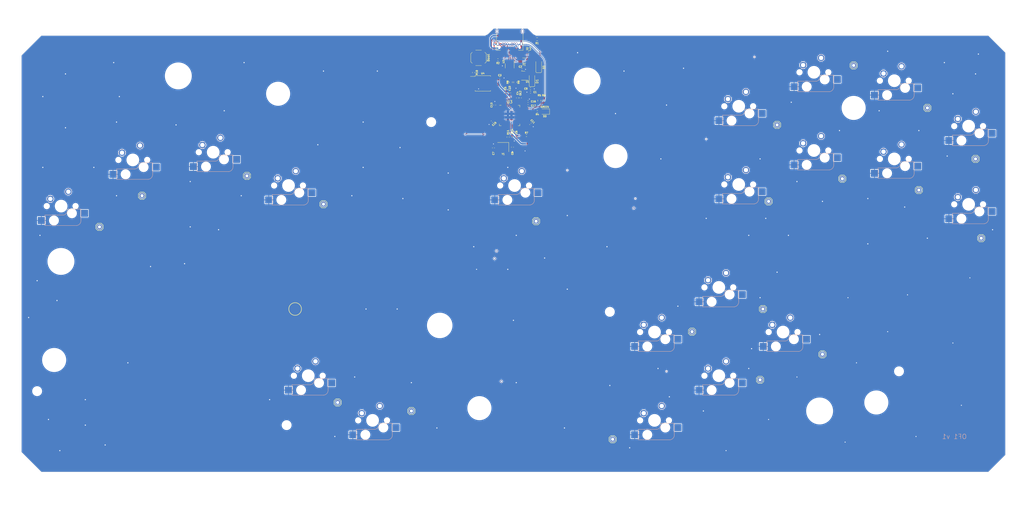
<source format=kicad_pcb>
(kicad_pcb (version 20221018) (generator pcbnew)
  (layers (0 "F.Cu" signal) (31 "B.Cu" signal) (34 "B.Paste" user) (35 "F.Paste" user) (36 "B.SilkS" user "B.Silkscreen") (37 "F.SilkS" user "F.Silkscreen") (38 "B.Mask" user) (39 "F.Mask" user) (44 "Edge.Cuts" user))
  (net 0 "")
  (net 1 "GND")
  (net 2 "START")
  (net 3 "RIGHT")
  (net 4 "DOWN")
  (net 5 "LEFT")
  (net 6 "L")
  (net 7 "M1")
  (net 8 "M2")
  (net 9 "C_UP")
  (net 10 "C_LT")
  (net 11 "A")
  (net 12 "C_DN")
  (net 13 "C_RT")
  (net 14 "UP")
  (net 15 "MS")
  (net 16 "Z")
  (net 17 "LS")
  (net 18 "X")
  (net 19 "Y")
  (net 20 "B")
  (net 21 "R")
  (net 22 "DATA")
  (net 23 "D-")
  (net 24 "D+")
  (net 25 "+5V")
  (net 26 "Net-(D1-A)")
  (net 27 "+3V3")
  (net 28 "+1V1")
  (net 29 "XTAL_IN")
  (net 30 "/XTAL_O")
  (net 31 "PICO_LED")
  (net 32 "Net-(F1-Pad1)")
  (net 33 "Net-(J1-SHIELD)")
  (net 36 "DBUS-")
  (net 37 "DBUS+")
  (net 38 "~{RESET}")
  (net 39 "SWD")
  (net 40 "SWCLK")
  (net 41 "/D_+")
  (net 42 "/D_-")
  (net 43 "XTAL_OUT")
  (net 44 "/~{USB_BOOT}")
  (net 45 "CS")
  (net 46 "Net-(J1-CC2)")
  (net 50 "Net-(J1-CC1)")
  (net 52 "VBUS_SENSE")
  (net 53 "SD3")
  (net 54 "QSPI_CLK")
  (net 55 "SD0")
  (net 56 "SD2")
  (net 57 "SD1")
  (net 60 "3vCable")
  (net 63 "Net-(D3-A)")
  (net 64 "unconnected-(U3-GPIO26{slash}ADC0-Pad38)")
  (net 65 "unconnected-(U3-GPIO25-Pad37)")
  (footprint "OF1 v1:MX-BOTH" (layer "F.Cu") (at 346.3711 69.1076 180)
    (fp_text reference "U$15" hide)
    (fp_text value "MX-B" hide)
  )
  (footprint "OF1 v1:MX-BOTH" (layer "F.Cu") (at 307.1401 130.2376 180)
    (fp_text reference "U$19" hide)
    (fp_text value "MX-B" hide)
  )
  (footprint "OF1 v1:MX-BOTH" (layer "F.Cu") (at 106.1321 66.7386 180)
    (fp_text reference "U$4" hide)
    (fp_text value "MX-B" hide)
  )
  (footprint "OF1 v1:1X01" (layer "F.Cu") (at 275.0311 130.1036)
    (fp_text reference "JP18" hide)
    (fp_text value "PINHD-1X1")
  )
  (footprint "" (layer "F.Cu") (at 320.0311 158.1036)
    (fp_text reference "@HOLE15" hide)
    (fp_text value "")
  )
  (footprint "" (layer "F.Cu") (at 348.0311 144.1036)
    (fp_text reference "@HOLE1" hide)
    (fp_text value "")
  )
  (footprint "" (layer "F.Cu") (at 50.0311 140.1036)
    (fp_text reference "@HOLE6" hide)
    (fp_text value "")
  )
  (footprint "Button_Switch_SMD:SW_SPST_SKQG_WithStem" (layer "F.Cu") (at 199.734 33.407107 -90)
    (fp_text reference "SW1" hide)
    (fp_text value "Boot")
  )
  (footprint "Capacitor_SMD:C_0402_1005Metric" (layer "F.Cu") (at 205.46875 50.103125 90)
    (fp_text reference "C13")
    (fp_text value "100nF")
  )
  (footprint "Resistor_SMD:R_0603_1608Metric" (layer "F.Cu") (at 221.154 48.512107 -90)
    (fp_text reference "R5")
    (fp_text value "5.6k")
  )
  (footprint "OF1 v1:1X01" (layer "F.Cu") (at 358.0311 51.1036)
    (fp_text reference "JP13" hide)
    (fp_text value "PINHD-1X1")
  )
  (footprint "Package_TO_SOT_SMD:SOT-23" (layer "F.Cu") (at 215.4765 39.727107 180)
    (fp_text reference "U1")
    (fp_text value "XC6206")
  )
  (footprint "OF1 v1:MX-BOTH" (layer "F.Cu") (at 318.0161 66.1326 180)
    (fp_text reference "U$14" hide)
    (fp_text value "MX-B" hide)
  )
  (footprint "" (layer "F.Cu") (at 238.0311 41.6036)
    (fp_text reference "@HOLE11" hide)
    (fp_text value "")
  )
  (footprint "" (layer "F.Cu") (at 248.0311 68.1036)
    (fp_text reference "@HOLE8" hide)
    (fp_text value "")
  )
  (footprint "Capacitor_SMD:C_0402_1005Metric" (layer "F.Cu") (at 215.024 37.487107 180)
    (fp_text reference "C2")
    (fp_text value "1uF")
  )
  (footprint "" (layer "F.Cu") (at 132.0311 163.1036)
    (fp_text reference "@HOLE0" hide)
    (fp_text value "")
  )
  (footprint "OF1 v1:MX-BOTH" (layer "F.Cu") (at 372.5941 85.1436 180)
    (fp_text reference "U$16" hide)
    (fp_text value "MX-B" hide)
  )
  (footprint "OF1 v1:MX-BOTH" (layer "F.Cu") (at 212.4361 78.5016 180)
    (fp_text reference "U$8" hide)
    (fp_text value "MX-B" hide)
  )
  (footprint "Resistor_SMD:R_0603_1608Metric" (layer "F.Cu") (at 222.694 48.512107 90)
    (fp_text reference "R6")
    (fp_text value "10k")
  )
  (footprint "Resistor_SMD:R_0402_1005Metric" (layer "F.Cu") (at 220.454 52.417107)
    (fp_text reference "R4")
    (fp_text value "470")
  )
  (footprint "Capacitor_SMD:C_0402_1005Metric" (layer "F.Cu") (at 218.01 56.723 -45)
    (fp_text reference "C11")
    (fp_text value "100nF")
  )
  (footprint "Resistor_SMD:R_0402_1005Metric" (layer "F.Cu") (at 206.554 34.137107 180)
    (fp_text reference "R2")
    (fp_text value "5.1k")
  )
  (footprint "OF1 v1:1X01" (layer "F.Cu") (at 299.0311 147.1036)
    (fp_text reference "JP20" hide)
    (fp_text value "PINHD-1X1")
  )
  (footprint "OF1 v1:MX-BOTH" (layer "F.Cu") (at 284.4831 114.4676 180)
    (fp_text reference "U$17" hide)
    (fp_text value "MX-B" hide)
  )
  (footprint "Crystal:Crystal_SMD_3225-4Pin_3.2x2.5mm" (layer "F.Cu") (at 208.418 64.946357 180)
    (fp_text reference "Y1")
    (fp_text value "12MHz")
  )
  (footprint "OF1 v1:MX-BOTH" (layer "F.Cu") (at 372.5941 57.5336 180)
    (fp_text reference "U$12" hide)
    (fp_text value "MX-B" hide)
  )
  (footprint "OF1 v1:MX-BOTH" (layer "F.Cu") (at 291.4981 50.5186 180)
    (fp_text reference "U$9" hide)
    (fp_text value "MX-B" hide)
  )
  (footprint "OF1 v1:MX-BOTH" (layer "F.Cu") (at 284.4831 145.6526 180)
    (fp_text reference "U$20" hide)
    (fp_text value "MX-B" hide)
  )
  (footprint "Capacitor_SMD:C_0402_1005Metric" (layer "F.Cu") (at 204.45275 55.945125 -135)
    (fp_text reference "C15")
    (fp_text value "100nF")
  )
  (footprint "OF1 v1:1X01" (layer "F.Cu") (at 302.0311 84.1036)
    (fp_text reference "JP10" hide)
    (fp_text value "PINHD-1X1")
  )
  (footprint "OF1 v1:1X01" (layer "F.Cu") (at 332.0311 36.1036)
    (fp_text reference "JP12" hide)
    (fp_text value "PINHD-1X1")
  )
  (footprint "OF1 v1:1X01" (layer "F.Cu") (at 176.0311 158.1036)
    (fp_text reference "JP7" hide)
    (fp_text value "PINHD-1X1")
  )
  (footprint "Capacitor_SMD:C_0402_1005Metric" (layer "F.Cu") (at 211.69175 64.962125 90)
    (fp_text reference "C8")
    (fp_text value "22pF")
  )
  (footprint "OF1 v1:1X01" (layer "F.Cu") (at 355.0311 80.1036)
    (fp_text reference "JP16" hide)
    (fp_text value "PINHD-1X1")
  )
  (footprint "Fuse:Fuse_1206_3216Metric" (layer "F.Cu") (at 215.834 34.367107)
    (fp_text reference "F1")
    (fp_text value "500 mA")
  )
  (footprint "OF1 v1:1X01" (layer "F.Cu") (at 150.0311 155.1036)
    (fp_text reference "JP6" hide)
    (fp_text value "PINHD-1X1")
  )
  (footprint "OF1 v1:MX-BOTH" (layer "F.Cu") (at 261.7961 130.2376 180)
    (fp_text reference "U$18" hide)
    (fp_text value "MX-B" hide)
  )
  (footprint "" (layer "F.Cu") (at 332.0311 51.1036)
    (fp_text reference "@HOLE4" hide)
    (fp_text value "")
  )
  (footprint "qw-footprints:CUSTOM D_SOD-123" (layer "F.Cu") (at 220.954 36.387107 90)
    (fp_text reference "D2")
    (fp_text value "Schottky Diode")
  )
  (footprint "OF1 v1:1X01" (layer "F.Cu") (at 321.0311 138.1036)
    (fp_text reference "JP19" hide)
    (fp_text value "PINHD-1X1")
  )
  (footprint "OF1 v1:MX-BOTH" (layer "F.Cu") (at 261.7961 161.4226 180)
    (fp_text reference "U$21" hide)
    (fp_text value "MX-B" hide)
  )
  (footprint "Resistor_SMD:R_0603_1608Metric" (layer "F.Cu") (at 220.38 26.85 180)
    (fp_text reference "R1")
    (fp_text value "1M")
  )
  (footprint "Capacitor_SMD:C_0402_1005Metric" (layer "F.Cu") (at 218.044 44.332107 180)
    (fp_text reference "C9")
    (fp_text value "10uF")
  )
  (footprint "OF1 v1:1X01" (layer "F.Cu") (at 66.0311 93.1036)
    (fp_text reference "JP2" hide)
    (fp_text value "PINHD-1X1")
  )
  (footprint "" (layer "F.Cu") (at 246.0311 123.1036)
    (fp_text reference "@HOLE3" hide)
    (fp_text value "")
  )
  (footprint "Capacitor_SMD:C_0402_1005Metric" (layer "F.Cu") (at 218.044 45.532107)
    (fp_text reference "C1")
    (fp_text value "1uF")
  )
  (footprint "LED_SMD:LED_0805_2012Metric" (layer "F.Cu") (at 223.0815 52.407107 180)
    (fp_text reference "D3")
    (fp_text value "GREEN")
  )
  (footprint "" (layer "F.Cu") (at 340.0311 155.1036)
    (fp_text reference "@HOLE5" hide)
    (fp_text value "")
  )
  (footprint "Capacitor_SMD:C_0402_1005Metric" (layer "F.Cu") (at 213.46975 47.563125 90)
    (fp_text reference "C4")
    (fp_text value "1uF")
  )
  (footprint "OF1 v1:1X01" (layer "F.Cu") (at 81.0311 82.1036)
    (fp_text reference "JP3" hide)
    (fp_text value "PINHD-1X1")
  )
  (footprint "Resistor_SMD:R_0402_1005Metric" (layer "F.Cu") (at 210.13 61.4 90)
    (fp_text reference "R11")
    (fp_text value "1k")
  )
  (footprint "Capacitor_SMD:C_0402_1005Metric" (layer "F.Cu") (at 213.117 61.390357 -90)
    (fp_text reference "C6")
    (fp_text value "100nF")
  )
  (footprint "Capacitor_SMD:C_0402_1005Metric" (layer "F.Cu") (at 217.181 48.817357)
    (fp_text reference "C16")
    (fp_text value "100nF")
  )
  (footprint "" (layer "F.Cu") (at 183.0311 56.1036)
    (fp_text reference "@HOLE10" hide)
    (fp_text value "")
  )
  (footprint "OF1 v1:1X01" (layer "F.Cu") (at 300.0311 122.1036)
    (fp_text reference "JP17" hide)
    (fp_text value "PINHD-1X1")
  )
  (footprint "OF1 v1:MX-BOTH" (layer "F.Cu") (at 132.7041 78.5016 180)
    (fp_text reference "U$5" hide)
    (fp_text value "MX-B" hide)
  )
  (footprint "OF1 v1:1X01" (layer "F.Cu") (at 375.0311 69.1036)
    (fp_text reference "JP14" hide)
    (fp_text value "PINHD-1X1")
  )
  (footprint "Capacitor_SMD:C_0402_1005Metric" (layer "F.Cu") (at 214.48575 47.563125 90)
    (fp_text reference "C12")
    (fp_text value "100nF")
  )
  (footprint "Capacitor_SMD:C_0402_1005Metric" (layer "F.Cu") (at 207.224 40.547107)
    (fp_text reference "C3")
    (fp_text value "100nF")
  )
  (footprint "Capacitor_SMD:C_0402_1005Metric" (layer "F.Cu") (at 204.989 65.216125 -90)
    (fp_text reference "C7")
    (fp_text value "22pF")
  )
  (footprint "OF1 v1:1X01" (layer "F.Cu") (at 328.0311 76.1036)
    (fp_text reference "JP11" hide)
    (fp_text value "PINHD-1X1")
  )
  (footprint "OF1 v1:1X01" (layer "F.Cu") (at 220.0311 91.1036)
    (fp_text reference "JP8" hide)
    (fp_text value "PINHD-1X1")
  )
  (footprint "" (layer "F.Cu") (at 52.4311 105.3036)
    (fp_text reference "@HOLE12" hide)
    (fp_text value "")
  )
  (footprint "Resistor_SMD:R_0603_1608Metric" (layer "F.Cu") (at 212.664 42.047107 -90)
    (fp_text reference "R9")
    (fp_text value "27")
  )
  (footprint "OF1 v1:1X01" (layer "F.Cu") (at 377.0311 97.1036)
    (fp_text reference "JP15" hide)
    (fp_text value "PINHD-1X1")
  )
  (footprint "Resistor_SMD:R_0402_1005Metric" (layer "F.Cu") (at 197.974 38.627107 -90)
    (fp_text reference "R10")
    (fp_text value "1k")
  )
  (footprint "OF1 v1:MX-BOTH" (layer "F.Cu") (at 162.3511 161.4216 180)
    (fp_text reference "U$7" hide)
    (fp_text value "MX-B" hide)
  )
  (footprint "OF1 v1:1X01" (layer "F.Cu") (at 145.0311 85.1036)
    (fp_text reference "JP5" hide)
    (fp_text value "PINHD-1X1")
  )
  (footprint "" (layer "F.Cu") (at 129.0311 46.1036)
    (fp_text reference "@HOLE7" hide)
    (fp_text value "")
  )
  (footprint "Resistor_SMD:R_0603_1608Metric" (layer "F.Cu") (at 211.134 42.047107 -90)
    (fp_text reference "R8")
    (fp_text value "27")
  )
  (footprint "OF1 v1:MX-BOTH" (layer "F.Cu") (at 346.3711 41.4976 180)
    (fp_text reference "U$11" hide)
    (fp_text value "MX-B" hide)
  )
  (footprint "Capacitor_SMD:C_0402_1005Metric" (layer "F.Cu") (at 210.704 45.769357 90)
    (fp_text reference "C10")
    (fp_text value "1uF")
  )
  (footprint "OF1 v1:MX-BOTH" (layer "F.Cu") (at 291.4981 78.1276 180)
    (fp_text reference "U$13" hide)
    (fp_text value "MX-B" hide)
  )
  (footprint "qw-footprints:CUSTOM D_SOD-123" (layer "F.Cu") (at 218.574 41.317107 90)
    (fp_text reference "D1")
    (fp_text value "Schottky Diode")
  )
  (footprint "" (layer "F.Cu") (at 44.0311 151.1036)
    (fp_text reference "@HOLE2" hide)
    (fp_text value "")
  )
  (footprint "Capacitor_SMD:C_0402_1005Metric" (layer "F.Cu") (at 211.593 61.390357 -90)
    (fp_text reference "C14")
    (fp_text value "100nF")
  )
  (footprint "qw-footprints:RP2040-QFN-56" (layer "F.Cu") (at 210.704 53.802107)
    (fp_text reference "U3")
    (fp_text value "RP2040")
  )
  (footprint "OF1 v1:1X01" (layer "F.Cu") (at 118.0311 75.1036)
    (fp_text reference "JP4" hide)
    (fp_text value "PINHD-1X1")
  )
  (footprint "Capacitor_SMD:C_0402_1005Metric" (layer "F.Cu") (at 209.18 45.769357 90)
    (fp_text reference "C5")
    (fp_text value "100nF")
  )
  (footprint "Resistor_SMD:R_0402_1005Metric" (layer "F.Cu") (at 216.624 60.837107 180)
    (fp_text reference "R7")
    (fp_text value "10k")
  )
  (footprint "" (layer "F.Cu") (at 186.0311 127.9036)
    (fp_text reference "@HOLE14" hide)
    (fp_text value "")
  )
  (footprint "" (layer "F.Cu") (at 93.8311 39.8036)
    (fp_text reference "@HOLE13" hide)
    (fp_text value "")
  )
  (footprint "OF1 v1:MX-BOTH" (layer "F.Cu") (at 77.7761 69.4646 180)
    (fp_text reference "U$2" hide)
    (fp_text value "MX-B" hide)
  )
  (footprint "OF1 v1:MX-BOTH" (layer "F.Cu") (at 52.4961 85.7676 180)
    (fp_text reference "U$1" hide)
    (fp_text value "L" hide)
  )
  (footprint "Package_TO_SOT_SMD:SOT-23-6" (layer "F.Cu") (at 210.704 36.257107 -90)
    (fp_text reference "U2")
    (fp_text value "USBLC6-2SC6")
  )
  (footprint "OF1 v1:MX-BOTH" (layer "F.Cu") (at 139.6631 145.6526 180)
    (fp_text reference "U$6" hide)
    (fp_text value "MX-B" hide)
  )
  (footprint "" (layer "F.Cu") (at 200.0311 157.1036)
    (fp_text reference "@HOLE9" hide)
    (fp_text value "")
  )
  (footprint "OF1 v1:1X01" (layer "F.Cu") (at 247.0311 168.1036)
    (fp_text reference "JP21" hide)
    (fp_text value "PINHD-1X1")
  )
  (footprint "OF1 v1:MX-BOTH" (layer "F.Cu") (at 318.0161 38.5226 180)
    (fp_text reference "U$10" hide)
    (fp_text value "MX-B" hide)
  )
  (footprint "Capacitor_SMD:C_0402_1005Metric" (layer "F.Cu") (at 217.181 50.341357)
    (fp_text reference "C17")
    (fp_text value "100nF")
  )
  (footprint "Resistor_SMD:R_0402_1005Metric" (layer "F.Cu") (at 217.384 31.477107)
    (fp_text reference "R3")
    (fp_text value "5.1k")
  )
  (footprint "qw-footprints:TYPE-C_24P_QCHT" (layer "F.Cu") (at 210.724 25.357107 180)
    (fp_text reference "J1" hide)
    (fp_text value "USB C Connector")
  )
  (footprint "Package_SO:SOIC-8_5.23x5.23mm_P1.27mm" (layer "F.Cu") (at 201.23 42.45)
    (fp_text reference "U4")
    (fp_text value "W25Q128JVS")
  )
  (footprint "OF1 v1:1X01" (layer "F.Cu") (at 305.0311 57.1036)
    (fp_text reference "JP9" hide)
    (fp_text value "PINHD-1X1")
  )
  (gr_circle (center 135.0311 122.1036) (end 137.267165 122.1036) (stroke (width 0.2)) (fill none) (layer "F.SilkS"))
  (gr_line (start 216.98 23.1) (end 217.08 23.15) (stroke (width 0.05)) (layer "Edge.Cuts"))
  (gr_line (start 45.5311 179.6036) (end 38.5311 172.6036) (stroke (width 0.05)) (layer "Edge.Cuts"))
  (gr_line (start 45.5311 25.6036) (end 202.0311 25.6036) (stroke (width 0.05)) (layer "Edge.Cuts"))
  (gr_line (start 385.5311 173.6036) (end 379.5311 179.6036) (stroke (width 0.05)) (layer "Edge.Cuts"))
  (gr_line (start 38.5311 32.6036) (end 45.5311 25.6036) (stroke (width 0.05)) (layer "Edge.Cuts"))
  (gr_line (start 220.0311 25.6036) (end 379.5311 25.6036) (stroke (width 0.05)) (layer "Edge.Cuts"))
  (gr_line (start 217.08 23.15) (end 217.18 23.25) (stroke (width 0.05)) (layer "Edge.Cuts"))
  (gr_line (start 38.5311 172.6036) (end 38.5311 32.6036) (stroke (width 0.05)) (layer "Edge.Cuts"))
  (gr_line (start 379.5311 25.6036) (end 385.5311 31.6036) (stroke (width 0.05)) (layer "Edge.Cuts"))
  (gr_line (start 205.08 23.1) (end 216.98 23.1) (stroke (width 0.05)) (layer "Edge.Cuts"))
  (gr_line (start 217.18 23.25) (end 218.78 24.85) (stroke (width 0.05)) (layer "Edge.Cuts"))
  (gr_line (start 218.78 24.85) (end 219.03 25.1) (stroke (width 0.05)) (layer "Edge.Cuts"))
  (gr_line (start 379.5311 179.6036) (end 45.5311 179.6036) (stroke (width 0.05)) (layer "Edge.Cuts"))
  (gr_line (start 202.0311 25.6036) (end 203.03 25.1) (stroke (width 0.05)) (layer "Edge.Cuts"))
  (gr_line (start 219.03 25.1) (end 220.0311 25.6036) (stroke (width 0.05)) (layer "Edge.Cuts"))
  (gr_line (start 203.03 25.1) (end 205.03 23.15) (stroke (width 0.05)) (layer "Edge.Cuts"))
  (gr_line (start 385.5311 31.6036) (end 385.5311 173.6036) (stroke (width 0.05)) (layer "Edge.Cuts"))
  (gr_line (start 205.03 23.15) (end 205.08 23.1) (stroke (width 0.05)) (layer "Edge.Cuts"))
  (gr_text "OF1 v1" (at 372.0311 168.1036) (layer "B.SilkS") (effects (font (size 1.63576 1.63576) (thickness 0.14224)) (justify left bottom mirror)))
  (via (at 254.48 86.5) (size 0.8) (drill 0.4) (layers "F.Cu" "B.Cu") (net 0))
  (via (at 231.0311 73.1036) (size 0.5524) (drill 0.4) (layers "F.Cu" "B.Cu") (net 0))
  (via (at 266.0311 144.1036) (size 0.5524) (drill 0.4) (layers "F.Cu" "B.Cu") (net 0))
  (via (at 205.38 104.3) (size 0.8) (drill 0.4) (layers "F.Cu" "B.Cu") (net 0))
  (via (at 206.08 101.6) (size 0.8) (drill 0.4) (layers "F.Cu" "B.Cu") (net 0))
  (via (at 297.0311 33.1036) (size 0.5524) (drill 0.4) (layers "F.Cu" "B.Cu") (net 0))
  (via (at 207.78 147.65) (size 0.8) (drill 0.4) (layers "F.Cu" "B.Cu") (net 0))
  (via (at 255.0311 83.1036) (size 0.5524) (drill 0.4) (layers "F.Cu" "B.Cu") (net 0))
  (via (at 280.0311 62.1036) (size 0.5524) (drill 0.4) (layers "F.Cu" "B.Cu") (net 0))
  (segment (start 217.564 44.332107) (end 217.564 45.532107) (width 0.5) (layer "F.Cu") (net 1))
  (segment (start 210.087369 36.227107) (end 208.154 36.227107) (width 0.2) (layer "F.Cu") (net 1))
  (segment (start 204.98 63.2) (end 204.989 63.209) (width 0.2) (layer "F.Cu") (net 1))
  (segment (start 204.989 63.209) (end 204.989 63.819125) (width 0.2) (layer "F.Cu") (net 1))
  (segment (start 213.4525 30.667107) (end 213.5025 30.617107) (width 0.2) (layer "F.Cu") (net 1))
  (segment (start 204.98 63.120351) (end 204.98 63.2) (width 0.2) (layer "F.Cu") (net 1))
  (segment (start 209.18 45.289357) (end 210.704 45.289357) (width 0.5) (layer "F.Cu") (net 1))
  (segment (start 204.989 63.819125) (end 204.989 64.736125) (width 0.381) (layer "F.Cu") (net 1))
  (segment (start 209.395903 58.704448) (end 204.98 63.120351) (width 0.2) (layer "F.Cu") (net 1))
  (segment (start 211.69175 65.442125) (end 211.69175 66.486125) (width 0.381) (layer "F.Cu") (net 1))
  (segment (start 207.9525 31.827107) (end 207.9525 30.667107) (width 0.2) (layer "F.Cu") (net 1))
  (segment (start 204.113339 56.284536) (end 203.43675 56.961125) (width 0.381) (layer "F.Cu") (net 1))
  (segment (start 209.704 57.239607) (end 209.704 57.960636) (width 0.2) (layer "F.Cu") (net 1))
  (segment (start 211.69175 65.442125) (end 209.872232 65.442125) (width 0.381) (layer "F.Cu") (net 1))
  (segment (start 217.661 48.817357) (end 217.661 50.341357) (width 0.381) (layer "F.Cu") (net 1))
  (segment (start 210.704 35.119607) (end 210.704 35.610476) (width 0.2) (layer "F.Cu") (net 1))
  (segment (start 198.0115 44.357107) (end 199.7365 44.357107) (width 0.5) (layer "F.Cu") (net 1))
  (segment (start 215.504 37.487107) (end 216.284 37.487107) (width 0.5) (layer "F.Cu") (net 1))
  (segment (start 205.46875 49.623125) (end 205.46875 48.833125) (width 0.381) (layer "F.Cu") (net 1))
  (segment (start 213.4525 31.827107) (end 213.4525 30.667107) (width 0.2) (layer "F.Cu") (net 1))
  (segment (start 217.66075 47.977107) (end 217.66075 48.817107) (width 0.381) (layer "F.Cu") (net 1))
  (segment (start 219.026 57.739) (end 218.349411 57.062411) (width 0.2) (layer "F.Cu") (net 1))
  (segment (start 208.154 36.227107) (end 208.124 36.257107) (width 0.2) (layer "F.Cu") (net 1))
  (segment (start 216.284 37.487107) (end 216.294 37.477107) (width 0.5) (layer "F.Cu") (net 1))
  (segment (start 214.48575 47.083125) (end 214.48575 46.166125) (width 0.2) (layer "F.Cu") (net 1))
  (segment (start 207.704 40.547107) (end 208.714 40.547107) (width 0.5) (layer "F.Cu") (net 1))
  (segment (start 217.564 45.532107) (end 216.784 45.532107) (width 0.5) (layer "F.Cu") (net 1))
  (segment (start 207.9525 30.667107) (end 207.9025 30.617107) (width 0.2) (layer "F.Cu") (net 1))
  (segment (start 216.784 45.532107) (end 216.774 45.542107) (width 0.5) (layer "F.Cu") (net 1))
  (segment (start 209.271022 65.796357) (end 207.571022 64.096357) (width 0.254) (layer "F.Cu") (net 1))
  (via (at 350.0311 86.1036) (size 0.5524) (drill 0.4) (layers "F.Cu" "B.Cu") (net 1))
  (via (at 203.43675 56.961125) (size 0.6) (drill 0.3) (layers "F.Cu" "B.Cu") (net 1))
  (via (at 210.0311 72.1036) (size 0.5524) (drill 0.4) (layers "F.Cu" "B.Cu") (net 1))
  (via (at 155.0311 82.1036) (size 0.5524) (drill 0.4) (layers "F.Cu" "B.Cu") (net 1))
  (via (at 296.0311 136.1036) (size 0.5524) (drill 0.4) (layers "F.Cu" "B.Cu") (net 1))
  (via (at 209.91375 44.642125) (size 0.6) (drill 0.3) (layers "F.Cu" "B.Cu") (net 1))
  (via (at 344.0311 31.1036) (size 0.5524) (drill 0.4) (layers "F.Cu" "B.Cu") (net 1))
  (via (at 199.7515 44.372107) (size 0.6) (drill 0.3) (layers "F.Cu" "B.Cu") (net 1))
  (via (at 267.0311 153.1036) (size 0.5524) (drill 0.4) (layers "F.Cu" "B.Cu") (net 1))
  (via (at 198.0311 100.1036) (size 0.5524) (drill 0.4) (layers "F.Cu" "B.Cu") (net 1))
  (via (at 302.0311 161.1036) (size 0.5024) (drill 0.35) (layers "F.Cu" "B.Cu") (net 1))
  (via (at 208.124 36.257107) (size 0.6) (drill 0.3) (layers "F.Cu" "B.Cu") (net 1))
  (via (at 337.0311 83.1036) (size 0.5524) (drill 0.4) (layers "F.Cu" "B.Cu") (net 1))
  (via (at 145.0311 38.1036) (size 0.5524) (drill 0.4) (layers "F.Cu" "B.Cu") (net 1))
  (via (at 159.0311 56.1036) (size 0.5524) (drill 0.4) (layers "F.Cu" "B.Cu") (net 1))
  (via (at 48.0311 161.1036) (size 0.5524) (drill 0.4) (layers "F.Cu" "B.Cu") (net 1))
  (via (at 333.0311 141.1036) (size 0.5024) (drill 0.35) (layers "F.Cu" "B.Cu") (net 1))
  (via (at 231.0311 115.1036) (size 0.5524) (drill 0.4) (layers "F.Cu" "B.Cu") (net 1))
  (via (at 164.0311 38.1036) (size 0.5524) (drill 0.4) (layers "F.Cu" "B.Cu") (net 1))
  (via (at 266.0311 50.1036) (size 0.5524) (drill 0.4) (layers "F.Cu" "B.Cu") (net 1))
  (via (at 358.0311 97.1036) (size 0.5524) (drill 0.4) (layers "F.Cu" "B.Cu") (net 1))
  (via (at 373.0311 111.1036) (size 0.5024) (drill 0.35) (layers "F.Cu" "B.Cu") (net 1))
  (via (at 212.32675 62.803125) (size 0.6) (drill 0.3) (layers "F.Cu" "B.Cu") (net 1))
  (via (at 299.0311 69.1036) (size 0.5524) (drill 0.4) (layers "F.Cu" "B.Cu") (net 1))
  (via (at 176.0311 148.1036) (size 0.5524) (drill 0.4) (layers "F.Cu" "B.Cu") (net 1))
  (via (at 204.989 63.819125) (size 0.6) (drill 0.3) (layers "F.Cu" "B.Cu") (net 1))
  (via (at 365.0311 68.1036) (size 0.5524) (drill 0.4) (layers "F.Cu" "B.Cu") (net 1))
  (via (at 287.0311 172.1036) (size 0.5024) (drill 0.35) (layers "F.Cu" "B.Cu") (net 1))
  (via (at 327.0311 59.1036) (size 0.5524) (drill 0.4) (layers "F.Cu" "B.Cu") (net 1))
  (via (at 246.0311 149.1036) (size 0.5524) (drill 0.4) (layers "F.Cu" "B.Cu") (net 1))
  (via (at 211.69175 66.486125) (size 0.6) (drill 0.3) (layers "F.Cu" "B.Cu") (net 1))
  (via (at 329.0311 169.1036) (size 0.5024) (drill 0.35) (layers "F.Cu" "B.Cu") (net 1))
  (via (at 230.0311 164.1036) (size 0.5524) (drill 0.4) (layers "F.Cu" "B.Cu") (net 1))
  (via (at 84.0311 107.1036) (size 0.5524) (drill 0.4) (layers "F.Cu" "B.Cu") (net 1))
  (via (at 41.0311 125.1036) (size 0.5524) (drill 0.4) (layers "F.Cu" "B.Cu") (net 1))
  (via (at 245.0311 100.1036) (size 0.5524) (drill 0.4) (layers "F.Cu" "B.Cu") (net 1))
  (via (at 279.0311 158.1036) (size 0.5524) (drill 0.4) (layers "F.Cu" "B.Cu") (net 1))
  (via (at 337.0311 99.1036) (size 0.5524) (drill 0.4) (layers "F.Cu" "B.Cu") (net 1))
  (via (at 295.0311 96.1036) (size 0.5524) (drill 0.4) (layers "F.Cu" "B.Cu") (net 1))
  (via (at 213.0311 96.1036) (size 0.5524) (drill 0.4) (layers "F.Cu" "B.Cu") (net 1))
  (via (at 156.0311 146.1036) (size 0.5524) (drill 0.4) (layers "F.Cu" "B.Cu") (net 1))
  (via (at 51.0311 119.1036) (size 0.5524) (drill 0.4) (layers "F.Cu" "B.Cu") (net 1))
  (via (at 310.0311 49.1036) (size 0.5524) (drill 0.4) (layers "F.Cu" "B.Cu") (net 1))
  (via (at 72.0311 82.1036) (size 0.5524) (drill 0.4) (layers "F.Cu" "B.Cu") (net 1))
  (via (at 160.0311 122.1036) (size 0.5524) (drill 0.4) (layers "F.Cu" "B.Cu") (net 1))
  (via (at 149.0311 167.1036) (size 0.5524) (drill 0.4) (layers "F.Cu" "B.Cu") (net 1))
  (via (at 96.0311 106.1036) (size 0.5524) (drill 0.4) (layers "F.Cu" "B.Cu") (net 1))
  (via (at 185.0311 164.1036) (size 0.5524) (drill 0.4) (layers "F.Cu" "B.Cu") (net 1))
  (via (at 64.0311 72.1036) (size 0.5524) (drill 0.4) (layers "F.Cu" "B.Cu") (net 1))
  (via (at 54.0311 58.1036) (size 0.5524) (drill 0.4) (layers "F.Cu" "B.Cu") (net 1))
  (via (at 98.0311 93.1036) (size 0.5524) (drill 0.4) (layers "F.Cu" "B.Cu") (net 1))
  (via (at 309.0311 96.1036) (size 0.5524) (drill 0.4) (layers "F.Cu" "B.Cu") (net 1))
  (via (at 61.0311 154.1036) (size 0.5524) (drill 0.4) (layers "F.Cu" "B.Cu") (net 1))
  (via (at 171.0311 122.1036) (size 0.5524) (drill 0.4) (layers "F.Cu" "B.Cu") (net 1))
  (via (at 172.0311 65.1036) (size 0.5524) (drill 0.4) (layers "F.Cu" "B.Cu") (net 1))
  (via (at 216.294 37.477107) (size 0.6) (drill 0.3) (layers "F.Cu" "B.Cu") (net 1))
  (via (at 93.0311 57.1036) (size 0.5524) (drill 0.4) (layers "F.Cu" "B.Cu") (net 1))
  (via (at 189.0311 74.1036) (size 0.5524) (drill 0.4) (layers "F.Cu" "B.Cu") (net 1))
  (via (at 375.0311 39.1036) (size 0.5524) (drill 0.4) (layers "F.Cu" "B.Cu") (net 1))
  (via (at 272.0311 37.1036) (size 0.5524) (drill 0.4) (layers "F.Cu" "B.Cu") (net 1))
  (via (at 354.0311 167.1036) (size 0.5024) (drill 0.35) (layers "F.Cu" "B.Cu") (net 1))
  (via (at 46.0311 72.1036) (size 0.5524) (drill 0.4) (layers "F.Cu" "B.Cu") (net 1))
  (via (at 312.0311 77.1036) (size 0.5524) (drill 0.4) (layers "F.Cu" "B.Cu") (net 1))
  (via (at 143.0311 64.1036) (size 0.5524) (drill 0.4) (layers "F.Cu" "B.Cu") (net 1))
  (via (at 189.0311 87.1036) (size 0.5524) (drill 0.4) (layers "F.Cu" "B.Cu") (net 1))
  (via (at 376.0311 32.1036) (size 0.5524) (drill 0.4) (layers "F.Cu" "B.Cu") (net 1))
  (via (at 68.0311 170.1036) (size 0.5524) (drill 0.4) (layers "F.Cu" "B.Cu") (net 1))
  (via (at 330.0311 118.1036) (size 0.5024) (drill 0.35) (layers "F.Cu" "B.Cu") (net 1))
  (via (at 321.0311 84.1036) (size 0.5524) (drill 0.4) (layers "F.Cu" "B.Cu") (net 1))
  (via (at 312.0311 146.1036) (size 0.5024) (drill 0.35) (layers "F.Cu" "B.Cu") (net 1))
  (via (at 76.0311 141.1036) (size 0.5524) (drill 0.4) (layers "F.Cu" "B.Cu") (net 1))
  (via (at 216.136739 66.297107) (size 0.6) (drill 0.3) (layers "F.Cu" "B.Cu") (net 1))
  (via (at 108.0311 94.1036) (size 0.5524) (drill 0.4) (layers "F.Cu" "B.Cu") (net 1))
  (via (at 251.0311 38.1036) (size 0.5524) (drill 0.4) (layers "F.Cu" "B.Cu") (net 1))
  (via (at 116.0311 82.1036) (size 0.5524) (drill 0.4) (layers "F.Cu" "B.Cu") (net 1))
  (via (at 231.0311 89.1036) (size 0.5524) (drill 0.4) (layers "F.Cu" "B.Cu") (net 1))
  (via (at 208.724 40.537107) (size 0.6) (drill 0.3) (layers "F.Cu" "B.Cu") (net 1))
  (via (at 212.0311 126.1036) (size 0.5524) (drill 0.4) (layers "F.Cu" "B.Cu") (net 1))
  (via (at 341.0311 52.1036) (size 0.5524) (drill 0.4) (layers "F.Cu" "B.Cu") (net 1))
  (via (at 214.48575 46.166125) (size 0.6) (drill 0.3) (layers "F.Cu" "B.Cu") (net 1))
  (via (at 217.66075 47.977107) (size 0.6) (drill 0.3) (layers "F.Cu" "B.Cu") (net 1))
  (via (at 351.0311 117.1036) (size 0.5024) (drill 0.35) (layers "F.Cu" "B.Cu") (net 1))
  (via (at 320.0311 131.1036) (size 0.5524) (drill 0.4) (layers "F.Cu" "B.Cu") (net 1))
  (via (at 126.0311 154.1036) (size 0.5524) (drill 0.4) (layers "F.Cu" "B.Cu") (net 1))
  (via (at 301.0311 90.1036) (size 0.5524) (drill 0.4) (layers "F.Cu" "B.Cu") (net 1))
  (via (at 199.0311 108.1036) (size 0.5024) (drill 0.35) (layers "F.Cu" "B.Cu") (net 1))
  (via (at 210.0311 108.1036) (size 0.5524) (drill 0.4) (layers "F.Cu" "B.Cu") (net 1))
  (via (at 344.0311 130.1036) (size 0.5024) (drill 0.35) (layers "F.Cu" "B.Cu") (net 1))
  (via (at 305.0311 109.1036) (size 0.5524) (drill 0.4) (layers "F.Cu" "B.Cu") (net 1))
  (via (at 61.0311 163.1036) (size 0.5524) (drill 0.4) (layers "F.Cu" "B.Cu") (net 1))
  (via (at 54.0311 39.1036) (size 0.5524) (drill 0.4) (layers "F.Cu" "B.Cu") (net 1))
  (via (at 280.0311 90.1036) (size 0.5524) (drill 0.4) (layers "F.Cu" "B.Cu") (net 1))
  (via (at 270.0311 121.1036) (size 0.5524) (drill 0.4) (layers "F.Cu" "B.Cu") (net 1))
  (via (at 73.0311 47.1036) (size 0.5524) (drill 0.4) (layers "F.Cu" "B.Cu") (net 1))
  (via (at 381.0311 94.1036) (size 0.5524) (drill 0.4) (layers "F.Cu" "B.Cu") (net 1))
  (via (at 72.0311 56.1036) (size 0.5524) (drill 0.4) (layers "F.Cu" "B.Cu") (net 1))
  (via (at 159.0311 72.1036) (size 0.5524) (drill 0.4) (layers "F.Cu" "B.Cu") (net 1))
  (via (at 223.0311 104.1036) (size 0.5524) (drill 0.4) (layers "F.Cu" "B.Cu") (net 1))
  (via (at 219.384 44.382107) (size 0.6) (drill 0.3) (layers "F.Cu" "B.Cu") (net 1))
  (via (at 367.0311 134.1036) (size 0.5024) (drill 0.35) (layers "F.Cu" "B.Cu") (net 1))
  (via (at 355.0311 59.1036) (size 0.5524) (drill 0.4) (layers "F.Cu" "B.Cu") (net 1))
  (via (at 216.774 45.542107) (size 0.6) (drill 0.3) (layers "F.Cu" "B.Cu") (net 1))
  (via (at 173.0311 83.1036) (size 0.5524) (drill 0.4) (layers "F.Cu" "B.Cu") (net 1))
  (via (at 117.0311 35.1036) (size 0.5524) (drill 0.4) (layers "F.Cu" "B.Cu") (net 1))
  (via (at 213.0311 148.1036) (size 0.5524) (drill 0.4) (layers "F.Cu" "B.Cu") (net 1))
  (via (at 205.46875 48.833125) (size 0.6) (drill 0.3) (layers "F.Cu" "B.Cu") (net 1))
  (via (at 364.0311 35.1036) (size 0.5524) (drill 0.4) (layers "F.Cu" "B.Cu") (net 1))
  (via (at 71.0311 35.1036) (size 0.5524) (drill 0.4) (layers "F.Cu" "B.Cu") (net 1))
  (via (at 248.0311 53.1036) (size 0.5524) (drill 0.4) (layers "F.Cu" "B.Cu") (net 1))
  (via (at 212.93 44.15) (size 0.6) (drill 0.3) (layers "F.Cu" "B.Cu") (net 1))
  (via (at 295.0311 143.1036) (size 0.5524) (drill 0.4) (layers "F.Cu" "B.Cu") (net 1))
  (via (at 219.026 57.739) (size 0.6) (drill 0.3) (layers "F.Cu" "B.Cu") (net 1))
  (via (at 45.0311 96.1036) (size 0.5524) (drill 0.4) (layers "F.Cu" "B.Cu") (net 1))
  (via (at 263.0311 143.1036) (size 0.5524) (drill 0.4) (layers "F.Cu" "B.Cu") (net 1))
  (via (at 211.025 44.15) (size 0.6) (drill 0.3) (layers "F.Cu" "B.Cu") (net 1))
  (via (at 44.0311 112.1036) (size 0.5524) (drill 0.4) (layers "F.Cu" "B.Cu") (net 1))
  (via (at 234.658412 31.602982) (size 0.5524) (drill 0.4) (layers "F.Cu" "B.Cu") (net 1))
  (via (at 98.0311 77.1036) (size 0.5524) (drill 0.4) (layers "F.Cu" "B.Cu") (net 1))
  (via (at 52.0311 172.1036) (size 0.5524) (drill 0.4) (layers "F.Cu" "B.Cu") (net 1))
  (via (at 46.0311 47.1036) (size 0.5524) (drill 0.4) (layers "F.Cu" "B.Cu") (net 1))
  (via (at 253.0311 171.1036) (size 0.5524) (drill 0.4) (layers "F.Cu" "B.Cu") (net 1))
  (via (at 367.0311 46.1036) (size 0.5524) (drill 0.4) (layers "F.Cu" "B.Cu") (net 1))
  (via (at 110.0311 52.1036) (size 0.5524) (drill 0.4) (layers "F.Cu" "B.Cu") (net 1))
  (via (at 370.0311 156.1036) (size 0.5024) (drill 0.35) (layers "F.Cu" "B.Cu") (net 1))
  (via (at 264.0311 69.1036) (size 0.5524) (drill 0.4) (layers "F.Cu" "B.Cu") (net 1))
  (via (at 299.0311 118.1036) (size 0.5524) (drill 0.4) (layers "F.Cu" "B.Cu") (net 1))
  (arc (start 209.704 57.960636) (mid 209.623916 58.363176) (end 209.395903 58.704448) (width 0.2) (layer "F.Cu") (net 1))
  (arc (start 210.087369 36.227107) (mid 210.523393 36.0465) (end 210.704 35.610476) (width 0.2) (layer "F.Cu") (net 1))
  (segment (start 210.704 52.527107) (end 210.704 55.077107) (width 0.635) (layer "B.Cu") (net 1))
  (segment (start 211.979 55.077107) (end 211.979 52.527107) (width 0.635) (layer "B.Cu") (net 1))
  (segment (start 209.729 54.777107) (end 211.679 54.777107) (width 0.635) (layer "B.Cu") (net 1))
  (segment (start 211.679 54.777107) (end 211.979 55.077107) (width 0.635) (layer "B.Cu") (net 1))
  (segment (start 209.429 55.077107) (end 209.429 52.527107) (width 0.635) (layer "B.Cu") (net 1))
  (segment (start 211.979 52.527107) (end 209.429 52.527107) (width 0.635) (layer "B.Cu") (net 1))
  (segment (start 209.429 55.077107) (end 209.729 54.777107) (width 0.635) (layer "B.Cu") (net 1))
  (segment (start 211.979 53.802107) (end 209.429 53.802107) (width 0.635) (layer "B.Cu") (net 1))
  (segment (start 202.790587 52.914834) (end 195.560681 60.14474) (width 0.2) (layer "F.Cu") (net 2))
  (segment (start 201.789679 60.450537) (end 201.853504 60.386712) (width 0.2) (layer "F.Cu") (net 2))
  (segment (start 195.079021 60.344264) (end 195.035089 60.388196) (width 0.2) (layer "F.Cu") (net 2))
  (segment (start 201.23243 60.695537) (end 201.256704 60.671263) (width 0.2) (layer "F.Cu") (net 2))
  (segment (start 207.2665 52.002107) (end 204.994105 52.002107) (width 0.2) (layer "F.Cu") (net 2))
  (via (at 201.853504 60.386712) (size 0.6) (drill 0.3) (layers "F.Cu" "B.Cu") (net 2))
  (via (at 195.035089 60.388196) (size 0.6) (drill 0.3) (layers "F.Cu" "B.Cu") (net 2))
  (arc (start 204.994105 52.002107) (mid 203.80157 52.239317) (end 202.790587 52.914834) (width 0.2) (layer "F.Cu") (net 2))
  (arc (start 195.560681 60.14474) (mid 195.339678 60.292409) (end 195.079021 60.344264) (width 0.2) (layer "F.Cu") (net 2))
  (arc (start 201.256704 60.671263) (mid 201.501191 60.507902) (end 201.789679 60.450537) (width 0.2) (layer "F.Cu") (net 2))
  (segment (start 201.853504 60.386712) (end 195.036573 60.386712) (width 0.2) (layer "B.Cu") (net 2))
  (segment (start 195.036573 60.386712) (end 195.035089 60.388196) (width 0.2) (layer "B.Cu") (net 2))
  (segment (start 205.111641 52.402107) (end 207.2665 52.402107) (width 0.2) (layer "F.Cu") (net 3))
  (arc (start 202.990321 53.280786) (mid 203.963591 52.630468) (end 205.111641 52.402107) (width 0.2) (layer "F.Cu") (net 3))
  (segment (start 207.2665 52.802107) (end 205.277327 52.802107) (width 0.2) (layer "F.Cu") (net 4))
  (arc (start 205.277327 52.802107) (mid 204.129277 53.030468) (end 203.156007 53.680786) (width 0.2) (layer "F.Cu") (net 4))
  (segment (start 207.2665 53.202107) (end 205.443013 53.202107) (width 0.2) (layer "F.Cu") (net 5))
  (arc (start 205.443013 53.202107) (mid 204.294963 53.430468) (end 203.321693 54.080786) (width 0.2) (layer "F.Cu") (net 5))
  (segment (start 207.2665 53.602107) (end 205.608699 53.602107) (width 0.2) (layer "F.Cu") (net 6))
  (arc (start 205.608699 53.602107) (mid 204.460648 53.830469) (end 203.487378 54.480787) (width 0.2) (layer "F.Cu") (net 6))
  (segment (start 207.2665 54.002107) (end 205.774385 54.002107) (width 0.2) (layer "F.Cu") (net 7))
  (arc (start 205.774385 54.002107) (mid 204.626335 54.230468) (end 203.653065 54.880786) (width 0.2) (layer "F.Cu") (net 7))
  (segment (start 205.940071 54.402107) (end 207.2665 54.402107) (width 0.2) (layer "F.Cu") (net 8))
  (arc (start 205.940071 54.402107) (mid 204.792021 54.630468) (end 203.818751 55.280786) (width 0.2) (layer "F.Cu") (net 8))
  (segment (start 213.506546 58.231125) (end 214.986178 58.231125) (width 0.2) (layer "F.Cu") (net 9))
  (segment (start 212.904 57.239607) (end 212.904 57.628579) (width 0.2) (layer "F.Cu") (net 9))
  (segment (start 216.4216 58.825696) (end 217.680101 60.084197) (width 0.2) (layer "F.Cu") (net 9))
  (segment (start 213.079736 58.052843) (end 213.082282 58.055389) (width 0.2) (layer "F.Cu") (net 9))
  (arc (start 214.986178 58.231125) (mid 215.763023 58.385649) (end 216.4216 58.825696) (width 0.2) (layer "F.Cu") (net 9))
  (arc (start 213.506546 58.231125) (mid 213.276936 58.185453) (end 213.082282 58.055389) (width 0.2) (layer "F.Cu") (net 9))
  (arc (start 219.921447 61.012563) (mid 219.597024 60.79579) (end 219.21434 60.71967) (width 0.2) (layer "F.Cu") (net 9))
  (arc (start 217.680101 60.084197) (mid 218.383984 60.554516) (end 219.21434 60.71967) (width 0.2) (layer "F.Cu") (net 9))
  (arc (start 213.079736 58.052843) (mid 212.949672 57.858189) (end 212.904 57.628579) (width 0.2) (layer "F.Cu") (net 9))
  (segment (start 206.676062 57.831125) (end 203.490952 57.831125) (width 0.2) (layer "F.Cu") (net 10))
  (arc (start 200.662525 59.002698) (mid 201.960218 58.135607) (end 203.490952 57.831125) (width 0.2) (layer "F.Cu") (net 10))
  (arc (start 208.104 57.239607) (mid 207.448814 57.677415) (end 206.676062 57.831125) (width 0.2) (layer "F.Cu") (net 10))
  (segment (start 203.656638 58.231125) (end 207.928643 58.231125) (width 0.2) (layer "F.Cu") (net 11))
  (segment (start 208.322732 58.044149) (end 208.371216 57.995666) (width 0.2) (layer "F.Cu") (net 11))
  (segment (start 208.504 57.239607) (end 208.504 57.675102) (width 0.2) (layer "F.Cu") (net 11))
  (arc (start 200.828211 59.402698) (mid 202.125904 58.535607) (end 203.656638 58.231125) (width 0.2) (layer "F.Cu") (net 11))
  (arc (start 208.504 57.675102) (mid 208.469491 57.84859) (end 208.371216 57.995666) (width 0.2) (layer "F.Cu") (net 11))
  (arc (start 208.282196 58.084679) (mid 208.119984 58.193065) (end 207.928643 58.231125) (width 0.2) (layer "F.Cu") (net 11))
  (segment (start 203.822805 58.630644) (end 207.969866 58.630644) (width 0.2) (layer "F.Cu") (net 12))
  (segment (start 208.904 57.722191) (end 208.904 57.239607) (width 0.2) (layer "F.Cu") (net 12))
  (segment (start 208.566112 58.365769) (end 208.687825 58.244064) (width 0.2) (layer "F.Cu") (net 12))
  (segment (start 208.535552 58.396329) (end 208.566112 58.365769) (width 0.2) (layer "F.Cu") (net 12))
  (arc (start 208.535552 58.396329) (mid 208.276013 58.569748) (end 207.969866 58.630644) (width 0.2) (layer "F.Cu") (net 12))
  (arc (start 203.822805 58.630644) (mid 202.292071 58.935126) (end 200.994378 59.802217) (width 0.2) (layer "F.Cu") (net 12))
  (arc (start 208.687825 58.244064) (mid 208.847818 58.004628) (end 208.904 57.722191) (width 0.2) (layer "F.Cu") (net 12))
  (segment (start 208.759616 58.737271) (end 209.031726 58.465161) (width 0.2) (layer "F.Cu") (net 13))
  (segment (start 209.304 57.807833) (end 209.304 57.239607) (width 0.2) (layer "F.Cu") (net 13))
  (segment (start 203.988971 59.030164) (end 208.052509 59.030164) (width 0.2) (layer "F.Cu") (net 13))
  (arc (start 209.304 57.807833) (mid 209.233238 58.163576) (end 209.031726 58.465161) (width 0.2) (layer "F.Cu") (net 13))
  (arc (start 203.988971 59.030164) (mid 202.458237 59.334646) (end 201.160544 60.201737) (width 0.2) (layer "F.Cu") (net 13))
  (arc (start 208.052509 59.030164) (mid 208.435192 58.954044) (end 208.759616 58.737271) (width 0.2) (layer "F.Cu") (net 13))
  (segment (start 214.723945 57.831125) (end 214.851705 57.831125) (width 0.2) (layer "F.Cu") (net 14))
  (segment (start 213.304 57.239607) (end 213.309732 57.245339) (width 0.2) (layer "F.Cu") (net 14))
  (segment (start 216.799525 58.637937) (end 217.845763 59.684174) (width 0.2) (layer "F.Cu") (net 14))
  (arc (start 219.380026 60.31967) (mid 219.762724 60.395789) (end 220.087107 60.612537) (width 0.2) (layer "F.Cu") (net 14))
  (arc (start 216.799525 58.637937) (mid 215.905857 58.040808) (end 214.851705 57.831125) (width 0.2) (layer "F.Cu") (net 14))
  (arc (start 213.309732 57.245339) (mid 213.958578 57.678884) (end 214.723945 57.831125) (width 0.2) (layer "F.Cu") (net 14))
  (arc (start 217.845763 59.684174) (mid 218.54967 60.15451) (end 219.380026 60.31967) (width 0.2) (layer "F.Cu") (net 14))
  (segment (start 214.1415 56.402107) (end 214.341194 56.402107) (width 0.2) (layer "F.Cu") (net 15))
  (segment (start 215.68671 56.959438) (end 218.01143 59.284157) (width 0.2) (layer "F.Cu") (net 15))
  (arc (start 218.01143 59.284157) (mid 218.715357 59.754505) (end 219.545712 59.91967) (width 0.2) (layer "F.Cu") (net 15))
  (arc (start 219.545712 59.91967) (mid 219.928398 59.995796) (end 220.252835 60.212579) (width 0.2) (layer "F.Cu") (net 15))
  (arc (start 214.341194 56.402107) (mid 215.069382 56.546953) (end 215.68671 56.959438) (width 0.2) (layer "F.Cu") (net 15))
  (segment (start 215.846471 56.553513) (end 218.177123 58.884164) (width 0.2) (layer "F.Cu") (net 16))
  (segment (start 214.1415 56.002107) (end 214.515258 56.002107) (width 0.2) (layer "F.Cu") (net 16))
  (arc (start 218.177123 58.884164) (mid 218.881043 59.354507) (end 219.711398 59.51967) (width 0.2) (layer "F.Cu") (net 16))
  (arc (start 214.515258 56.002107) (mid 215.235705 56.145413) (end 215.846471 56.553513) (width 0.2) (layer "F.Cu") (net 16))
  (arc (start 220.418489 59.812547) (mid 220.094083 59.595786) (end 219.711398 59.51967) (width 0.2) (layer "F.Cu") (net 16))
  (segment (start 214.1415 55.602107) (end 214.632324 55.602107) (width 0.2) (layer "F.Cu") (net 17))
  (segment (start 216.046537 56.187893) (end 218.48415 58.625505) (width 0.2) (layer "F.Cu") (net 17))
  (segment (start 219.677173 59.11967) (end 219.779645 59.11967) (width 0.2) (layer "F.Cu") (net 17))
  (arc (start 219.779645 59.11967) (mid 220.25235 59.213697) (end 220.65309 59.481462) (width 0.2) (layer "F.Cu") (net 17))
  (arc (start 219.677173 59.11967) (mid 219.031514 58.991241) (end 218.48415 58.625505) (width 0.2) (layer "F.Cu") (net 17))
  (arc (start 214.632324 55.602107) (mid 215.397691 55.754348) (end 216.046537 56.187893) (width 0.2) (layer "F.Cu") (net 17))
  (segment (start 214.1415 55.202107) (end 214.79801 55.202107) (width 0.2) (layer "F.Cu") (net 18))
  (segment (start 219.558214 58.71967) (end 219.740459 58.71967) (width 0.2) (layer "F.Cu") (net 18))
  (segment (start 216.212224 55.787894) (end 218.851107 58.426777) (width 0.2) (layer "F.Cu") (net 18))
  (arc (start 218.851107 58.426777) (mid 219.17553 58.64355) (end 219.558214 58.71967) (width 0.2) (layer "F.Cu") (net 18))
  (arc (start 220.963644 59.22633) (mid 220.402442 58.851347) (end 219.740459 58.71967) (width 0.2) (layer "F.Cu") (net 18))
  (arc (start 216.212224 55.787894) (mid 215.563377 55.354348) (end 214.79801 55.202107) (width 0.2) (layer "F.Cu") (net 18))
  (segment (start 214.1415 54.402107) (end 215.744902 54.402107) (width 0.2) (layer "F.Cu") (net 19))
  (arc (start 217.384074 55.081074) (mid 216.632015 54.578565) (end 215.744902 54.402107) (width 0.2) (layer "F.Cu") (net 19))
  (segment (start 225.814896 62.946211) (end 217.540086 54.671401) (width 0.2) (layer "F.Cu") (net 20))
  (segment (start 215.924268 54.002107) (end 214.1415 54.002107) (width 0.2) (layer "F.Cu") (net 20))
  (segment (start 225.814896 62.946211) (end 225.294897 62.42621) (width 0.2) (layer "F.Cu") (net 20))
  (segment (start 225.294897 62.42621) (end 225.439897 62.57121) (width 0.2) (layer "F.Cu") (net 20))
  (arc (start 217.540086 54.671401) (mid 216.798742 54.176051) (end 215.924268 54.002107) (width 0.2) (layer "F.Cu") (net 20))
  (segment (start 214.1415 53.602107) (end 215.992334 53.602107) (width 0.2) (layer "F.Cu") (net 21))
  (arc (start 217.774803 54.34043) (mid 216.956999 53.793991) (end 215.992334 53.602107) (width 0.2) (layer "F.Cu") (net 21))
  (segment (start 207.249786 33.327107) (end 206.378214 33.327107) (width 0.25) (layer "F.Cu") (net 22))
  (segment (start 217.684 51.287107) (end 216.311254 51.287107) (width 0.2) (layer "F.Cu") (net 22))
  (segment (start 208.159607 32.8315) (end 207.956893 33.034214) (width 0.25) (layer "F.Cu") (net 22))
  (segment (start 205.671107 33.034214) (end 205.516893 32.88) (width 0.25) (layer "F.Cu") (net 22))
  (segment (start 205.224 32.172893) (end 205.224 28.647107) (width 0.25) (layer "F.Cu") (net 22))
  (segment (start 216.000127 51.41598) (end 215.942873 51.473234) (width 0.2) (layer "F.Cu") (net 22))
  (segment (start 215.631746 51.602107) (end 214.1415 51.602107) (width 0.2) (layer "F.Cu") (net 22))
  (segment (start 208.4525 31.827107) (end 208.4525 32.124393) (width 0.25) (layer "F.Cu") (net 22))
  (via (at 217.684 51.287107) (size 0.6) (drill 0.3) (layers "F.Cu" "B.Cu") (net 22))
  (via (at 205.224 28.647107) (size 0.8) (drill 0.4) (layers "F.Cu" "B.Cu") (net 22))
  (arc (start 208.159607 32.8315) (mid 208.37638 32.507077) (end 208.4525 32.124393) (width 0.25) (layer "F.Cu") (net 22))
  (arc (start 206.378214 33.327107) (mid 205.995531 33.250987) (end 205.671107 33.034214) (width 0.25) (layer "F.Cu") (net 22))
  (arc (start 207.956893 33.034214) (mid 207.63247 33.250987) (end 207.249786 33.327107) (width 0.25) (layer "F.Cu") (net 22))
  (arc (start 216.311254 51.287107) (mid 216.142873 51.3206) (end 216.000127 51.41598) (width 0.2) (layer "F.Cu") (net 22))
  (arc (start 215.631746 51.602107) (mid 215.800127 51.568614) (end 215.942873 51.473234) (width 0.2) (layer "F.Cu") (net 22))
  (arc (start 205.516893 32.88) (mid 205.30012 32.555577) (end 205.224 32.172893) (width 0.25) (layer "F.Cu") (net 22))
  (segment (start 212.713893 28.94) (end 213.1025 29.328607) (width 0.25) (layer "B.Cu") (net 22))
  (segment (start 218.332241 51.287107) (end 217.684 51.287107) (width 0.25) (layer "B.Cu") (net 22))
  (segment (start 222.285321 49.355786) (end 221.783599 49.857508) (width 0.25) (layer "B.Cu") (net 22))
  (segment (start 214.148214 28.697107) (end 216.581359 28.697107) (width 0.25) (layer "B.Cu") (net 22))
  (segment (start 205.224 28.647107) (end 212.006786 28.647107) (width 0.25) (layer "B.Cu") (net 22))
  (segment (start 213.1025 29.328607) (end 213.441107 28.99) (width 0.25) (layer "B.Cu") (net 22))
  (segment (start 218.702679 29.575786) (end 221.961486 32.834593) (width 0.25) (layer "B.Cu") (net 22))
  (segment (start 223.164 35.737719) (end 223.164 47.234466) (width 0.25) (layer "B.Cu") (net 22))
  (segment (start 213.1025 29.917107) (end 213.1025 29.328607) (width 0.25) (layer "B.Cu") (net 22))
  (arc (start 212.006786 28.647107) (mid 212.389469 28.723227) (end 212.713893 28.94) (width 0.25) (layer "B.Cu") (net 22))
  (arc (start 221.961486 32.834593) (mid 222.851477 34.166559) (end 223.164 35.737719) (width 0.25) (layer "B.Cu") (net 22))
  (arc (start 216.581359 28.697107) (mid 217.729409 28.925468) (end 218.702679 29.575786) (width 0.25) (layer "B.Cu") (net 22))
  (arc (start 223.164 47.234466) (mid 222.935639 48.382516) (end 222.285321 49.355786) (width 0.25) (layer "B.Cu") (net 22))
  (arc (start 213.441107 28.99) (mid 213.765531 28.773227) (end 214.148214 28.697107) (width 0.25) (layer "B.Cu") (net 22))
  (arc (start 221.783599 49.857508) (mid 220.200102 50.915567) (end 218.332241 51.287107) (width 0.25) (layer "B.Cu") (net 22))
  (segment (start 210.121107 41.744214) (end 210.016893 41.64) (width 0.2) (layer "F.Cu") (net 23))
  (segment (start 209.724 40.932893) (end 209.724 37.424607) (width 0.2) (layer "F.Cu") (net 23))
  (segment (start 211.309786 42.037107) (end 210.828214 42.037107) (width 0.2) (layer "F.Cu") (net 23))
  (segment (start 209.724 37.424607) (end 209.754 37.394607) (width 0.2) (layer "F.Cu") (net 23))
  (segment (start 212.539 41.222107) (end 212.016893 41.744214) (width 0.2) (layer "F.Cu") (net 23))
  (segment (start 212.664 41.222107) (end 212.539 41.222107) (width 0.2) (layer "F.Cu") (net 23))
  (arc (start 209.724 40.932893) (mid 209.80012 41.315576) (end 210.016893 41.64) (width 0.2) (layer "F.Cu") (net 23))
  (arc (start 210.828214 42.037107) (mid 210.445531 41.960987) (end 210.121107 41.744214) (width 0.2) (layer "F.Cu") (net 23))
  (arc (start 211.309786 42.037107) (mid 211.692469 41.960987) (end 212.016893 41.744214) (width 0.2) (layer "F.Cu") (net 23))
  (segment (start 211.624 37.424607) (end 211.624 38.477107) (width 0.2) (layer "F.Cu") (net 24))
  (segment (start 210.837353 39.477107) (end 211.424 39.477107) (width 0.2) (layer "F.Cu") (net 24))
  (segment (start 211.824 38.677107) (end 212.410647 38.677107) (width 0.2) (layer "F.Cu") (net 24))
  (segment (start 212.410647 39.077107) (end 211.824 39.077107) (width 0.2) (layer "F.Cu") (net 24))
  (segment (start 211.624 39.677107) (end 211.624 40.039163) (width 0.2) (layer "F.Cu") (net 24))
  (segment (start 211.824 39.077107) (end 210.837353 39.077107) (width 0.2) (layer "F.Cu") (net 24))
  (arc (start 211.624 38.477107) (mid 211.682579 38.618528) (end 211.824 38.677107) (width 0.2) (layer "F.Cu") (net 24))
  (arc (start 212.610647 38.877107) (mid 212.552068 39.018528) (end 212.410647 39.077107) (width 0.2) (layer "F.Cu") (net 24))
  (arc (start 210.637353 39.277107) (mid 210.695932 39.418528) (end 210.837353 39.477107) (width 0.2) (layer "F.Cu") (net 24))
  (arc (start 210.837353 39.077107) (mid 210.695932 39.135686) (end 210.637353 39.277107) (width 0.2) (layer "F.Cu") (net 24))
  (arc (start 211.424 39.477107) (mid 211.565421 39.535686) (end 211.624 39.677107) (width 0.2) (layer "F.Cu") (net 24))
  (arc (start 212.410647 38.677107) (mid 212.552068 38.735686) (end 212.610647 38.877107) (width 0.2) (layer "F.Cu") (net 24))
  (arc (start 211.624 40.039163) (mid 211.496657 40.67936) (end 211.134 41.222107) (width 0.2) (layer "F.Cu") (net 24))
  (segment (start 216.234 36.237107) (end 215.864 36.237107) (width 0.5) (layer "F.Cu") (net 25))
  (segment (start 215.529 36.227107) (end 215.539 36.237107) (width 0.2) (layer "F.Cu") (net 25))
  (segment (start 222.454 37.237107) (end 222.454 43.851523) (width 0.5) (layer "F.Cu") (net 25))
  (segment (start 221.154 46.642691) (end 221.154 47.687107) (width 0.5) (layer "F.Cu") (net 25))
  (segment (start 214.539 37.237107) (end 214.539 39.727107) (width 0.5) (layer "F.Cu") (net 25))
  (segment (start 210.704 36.833931) (end 210.704 36.927107) (width 0.2) (layer "F.Cu") (net 25))
  (segment (start 211.189685 36.227107) (end 215.529 36.227107) (width 0.2) (layer "F.Cu") (net 25))
  (segment (start 215.864 36.237107) (end 221.454 36.237107) (width 0.5) (layer "F.Cu") (net 25))
  (segment (start 217.234 34.367107) (end 217.234 35.237107) (width 0.5) (layer "F.Cu") (net 25))
  (segment (start 221.926792 45.124315) (end 221.681208 45.369899) (width 0.5) (layer "F.Cu") (net 25))
  (segment (start 215.864 36.237107) (end 215.539 36.237107) (width 0.5) (layer "F.Cu") (net 25))
  (arc (start 221.681208 45.369899) (mid 221.291017 45.953861) (end 221.154 46.642691) (width 0.5) (layer "F.Cu") (net 25))
  (arc (start 211.189685 36.227107) (mid 211.036612 36.257555) (end 210.906843 36.344264) (width 0.2) (layer "F.Cu") (net 25))
  (arc (start 214.539 37.237107) (mid 214.831893 36.53) (end 215.539 36.237107) (width 0.5) (layer "F.Cu") (net 25))
  (arc (start 221.454 36.237107) (mid 222.161107 36.53) (end 222.454 37.237107) (width 0.5) (layer "F.Cu") (net 25))
  (arc (start 221.926792 45.124315) (mid 222.316983 44.540353) (end 222.454 43.851523) (width 0.5) (layer "F.Cu") (net 25))
  (arc (start 217.234 35.237107) (mid 216.941107 35.944214) (end 216.234 36.237107) (width 0.5) (layer "F.Cu") (net 25))
  (arc (start 210.906843 36.344264) (mid 210.756709 36.568941) (end 210.704 36.833931) (width 0.2) (layer "F.Cu") (net 25))
  (segment (start 218.542232 39.635339) (end 218.574 39.667107) (width 0.5) (layer "F.Cu") (net 26))
  (segment (start 218.542232 39.51767) (end 218.542232 39.635339) (width 0.5) (layer "F.Cu") (net 26))
  (segment (start 216.414 38.777107) (end 217.574 38.777107) (width 0.5) (layer "F.Cu") (net 26))
  (arc (start 217.574 38.777107) (mid 218.182761 38.983754) (end 218.542232 39.51767) (width 0.5) (layer "F.Cu") (net 26))
  (segment (start 210.904 49.799042) (end 210.904 50.364607) (width 0.2) (layer "F.Cu") (net 27))
  (segment (start 214.1415 51.202107) (end 215.131036 51.202107) (width 0.2) (layer "F.Cu") (net 27))
  (segment (start 215.838143 50.909214) (end 216.406 50.341357) (width 0.2) (layer "F.Cu") (net 27))
  (segment (start 211.304 50.364607) (end 211.304 49.837042) (width 0.2) (layer "F.Cu") (net 27))
  (segment (start 210.92975 47.182125) (end 211.08215 47.334525) (width 0.2) (layer "F.Cu") (net 27))
  (segment (start 216.884 62.65864) (end 216.884 61.440569) (width 0.5) (layer "F.Cu") (net 27))
  (segment (start 211.08215 47.334525) (end 211.08215 49.449507) (width 0.2) (layer "F.Cu") (net 27))
  (segment (start 207.2665 54.802107) (end 205.905757 54.802107) (width 0.2) (layer "F.Cu") (net 27))
  (segment (start 211.186842 49.554199) (end 211.085 49.452357) (width 0.2) (layer "F.Cu") (net 27))
  (segment (start 213.304 50.364607) (end 213.304 51.163357) (width 0.2) (layer "F.Cu") (net 27))
  (segment (start 218.740608 42.967107) (end 218.574 42.967107) (width 0.5) (layer "F.Cu") (net 27))
  (segment (start 205.794839 50.909214) (end 205.46875 50.583125) (width 0.2) (layer "F.Cu") (net 27))
  (segment (start 212.904 50.890357) (end 212.904 50.364607) (width 0.2) (layer "F.Cu") (net 27))
  (segment (start 211.05675 60.009125) (end 210.904 59.856375) (width 0.2) (layer "F.Cu") (net 27))
  (segment (start 205.424268 55.001607) (end 204.83375 55.592125) (width 0.381) (layer "F.Cu") (net 27))
  (segment (start 218.524 45.766214) (end 218.524 45.532107) (width 0.5) (layer "F.Cu") (net 27))
  (segment (start 216.906535 47.383679) (end 218.524 45.766214) (width 0.5) (layer "F.Cu") (net 27))
  (segment (start 208.02125 54.802107) (end 208.037 54.786357) (width 0.2) (layer "F.Cu") (net 27))
  (segment (start 216.406 50.341357) (end 216.701 50.341357) (width 0.381) (layer "F.Cu") (net 27))
  (segment (start 216.536739 63.777107) (end 217.319 63.777107) (width 0.5) (layer "F.Cu") (net 27))
  (segment (start 210.904 51.220375) (end 210.92975 51.246125) (width 0.2) (layer "F.Cu") (net 27))
  (segment (start 207.2665 54.802107) (end 208.02125 54.802107) (width 0.2) (layer "F.Cu") (net 27))
  (segment (start 210.92975 47.182125) (end 210.92975 46.770107) (width 0.2) (layer "F.Cu") (net 27))
  (segment (start 210.92975 46.770107) (end 210.704 46.544357) (width 0.2) (layer "F.Cu") (net 27))
  (segment (start 211.08215 49.449507) (end 211.085 49.452357) (width 0.2) (layer "F.Cu") (net 27))
  (segment (start 219.818347 41.889368) (end 218.740608 42.967107) (width 0.5) (layer "F.Cu") (net 27))
  (segment (start 218.574 42.967107) (end 218.574 45.482107) (width 0.5) (layer "F.Cu") (net 27))
  (segment (start 210.904 59.856375) (end 210.904 57.239607) (width 0.2) (layer "F.Cu") (net 27))
  (segment (start 214.1415 54.802107) (end 213.269 54.802107) (width 0.2) (layer "F.Cu") (net 27))
  (segment (start 213.596893 48.931982) (end 214.48575 48.043125) (width 0.2) (layer "F.Cu") (net 27))
  (segment (start 211.085 49.452357) (end 211.021157 49.5162) (width 0.2) (layer "F.Cu") (net 27))
  (segment (start 220.954 38.037107) (end 220.954 38.937792) (width 0.5) (layer "F.Cu") (net 27))
  (segment (start 212.904 50.364607) (end 213.304 49.964607) (width 0.2) (layer "F.Cu") (net 27))
  (segment (start 210.904 57.239607) (end 210.904 56.510357) (width 0.2) (layer "F.Cu") (net 27))
  (segment (start 206.744 40.547107) (end 205.199 40.547107) (width 0.5) (layer "F.Cu") (net 27))
  (segment (start 210.904 50.364607) (end 210.904 51.220375) (width 0.2) (layer "F.Cu") (net 27))
  (segment (start 216.343125 55.056125) (end 217.670589 56.383589) (width 0.381) (layer "F.Cu") (net 27))
  (segment (start 213.27225 51.202107) (end 213.244 51.230357) (width 0.2) (layer "F.Cu") (net 27))
  (segment (start 216.701 48.817357) (end 216.701 50.341357) (width 0.381) (layer "F.Cu") (net 27))
  (segment (start 207.2665 51.202107) (end 208.433768 51.202107) (width 0.2) (layer "F.Cu") (net 27))
  (segment (start 214.48575 48.043125) (end 215.314491 48.043125) (width 0.5) (layer "F.Cu") (net 27))
  (segment (start 213.304 50.364607) (end 213.304 49.639089) (width 0.2) (layer "F.Cu") (net 27))
  (segment (start 218.574 45.482107) (end 218.524 45.532107) (width 0.5) (layer "F.Cu") (net 27))
  (segment (start 206.744 41.577107) (end 206.744 40.547107) (width 0.5) (layer "F.Cu") (net 27))
  (segment (start 211.05675 60.009125) (end 211.593 60.545375) (width 0.5) (layer "F.Cu") (net 27))
  (segment (start 214.1415 54.802107) (end 215.729888 54.802107) (width 0.2) (layer "F.Cu") (net 27))
  (segment (start 211.304 50.364607) (end 211.304 50.958357) (width 0.2) (layer "F.Cu") (net 27))
  (segment (start 211.593 60.545375) (end 211.593 60.910357) (width 0.5) (layer "F.Cu") (net 27))
  (segment (start 207.2665 51.202107) (end 206.501946 51.202107) (width 0.2) (layer "F.Cu") (net 27))
  (segment (start 213.304 51.163357) (end 213.371 51.230357) (width 0.2) (layer "F.Cu") (net 27))
  (segment (start 214.1415 51.202107) (end 213.27225 51.202107) (width 0.2) (layer "F.Cu") (net 27))
  (segment (start 208.433768 51.202107) (end 208.51675 51.119125) (width 0.2) (layer "F.Cu") (net 27))
  (segment (start 213.244 51.230357) (end 212.904 50.890357) (width 0.2) (layer "F.Cu") (net 27))
  (via (at 206.744 41.577107) (size 0.6) (drill 0.3) (layers "F.Cu" "B.Cu") (net 27))
  (via (at 210.92975 47.182125) (size 0.6) (drill 0.3) (layers "F.Cu" "B.Cu") (net 27))
  (via (at 216.536739 63.777107) (size 0.6) (drill 0.3) (layers "F.Cu" "B.Cu") (net 27))
  (via (at 211.05675 60.009125) (size 0.6) (drill 0.3) (layers "F.Cu" "B.Cu") (net 27))
  (arc (start 216.884 62.65864) (mid 217.002251 63.253126) (end 217.339 63.757107) (width 0.5) (layer "F.Cu") (net 27))
  (arc (start 205.794839 50.909214) (mid 206.119262 51.125987) (end 206.501946 51.202107) (width 0.2) (layer "F.Cu") (net 27))
  (arc (start 220.954 38.937792) (mid 220.659694 40.518531) (end 219.818347 41.889368) (width 0.5) (layer "F.Cu") (net 27))
  (arc (start 215.131036 51.202107) (mid 215.513719 51.125987) (end 215.838143 50.909214) (width 0.2) (layer "F.Cu") (net 27))
  (arc (start 216.906535 47.383679) (mid 216.176099 47.871741) (end 215.314491 48.043125) (width 0.5) (layer "F.Cu") (net 27))
  (arc (start 211.304 49.837042) (mid 211.273552 49.683968) (end 211.186842 49.554199) (width 0.2) (layer "F.Cu") (net 27))
  (arc (start 210.904 49.799042) (mid 210.934448 49.645969) (end 211.021157 49.5162) (width 0.2) (layer "F.Cu") (net 27))
  (arc (start 217.134 60.837107) (mid 216.948957 61.114012) (end 216.884 61.440569) (width 0.5) (layer "F.Cu") (net 27))
  (arc (start 216.343125 55.056125) (mid 216.061762 54.86812) (end 215.729888 54.802107) (width 0.2) (layer "F.Cu") (net 27))
  (arc (start 205.424268 55.001607) (mid 205.645234 54.853927) (end 205.905757 54.802107) (width 0.2) (layer "F.Cu") (net 27))
  (arc (start 213.596893 48.931982) (mid 213.38012 49.256405) (end 213.304 49.639089) (width 0.2) (layer "F.Cu") (net 27))
  (segment (start 215.238946 63.777107) (end 216.536739 63.777107) (width 0.5) (layer "B.Cu") (net 27))
  (segment (start 211.05675 60.009125) (end 214.531839 63.484214) (width 0.5) (layer "B.Cu") (net 27))
  (segment (start 207.74757 43.999945) (end 210.92975 47.182125) (width 0.5) (layer "B.Cu") (net 27))
  (arc (start 214.531839 63.484214) (mid 214.856262 63.700987) (end 215.238946 63.777107) (width 0.5) (layer "B.Cu") (net 27))
  (arc (start 206.744 41.577107) (mid 207.004819 42.888339) (end 207.74757 43.999945) (width 0.5) (layer "B.Cu") (net 27))
  (segment (start 210.069 47.674357) (end 210.211107 47.816464) (width 0.2) (layer "F.Cu") (net 28))
  (segment (start 213.016313 48.496562) (end 213.46975 48.043125) (width 0.2) (layer "F.Cu") (net 28))
  (segment (start 212.941242 60.439599) (end 211.479736 58.978093) (width 0.2) (layer "F.Cu") (net 28))
  (segment (start 211.304 58.553829) (end 211.304 57.239607) (width 0.2) (layer "F.Cu") (net 28))
  (segment (start 213.117 60.863885) (end 213.117 60.910357) (width 0.2) (layer "F.Cu") (net 28))
  (segment (start 210.504 48.523571) (end 210.504 50.364607) (width 0.2) (layer "F.Cu") (net 28))
  (segment (start 213.97775 60.898125) (end 213.965518 60.910357) (width 0.5) (layer "F.Cu") (net 28))
  (segment (start 210.069 47.674357) (end 209.350384 46.955741) (width 0.381) (layer "F.Cu") (net 28))
  (segment (start 213.965518 60.910357) (end 213.117 60.910357) (width 0.5) (layer "F.Cu") (net 28))
  (segment (start 212.504 51.208357) (end 212.355 51.357357) (width 0.2) (layer "F.Cu") (net 28))
  (segment (start 212.504 50.364607) (end 212.504 49.733394) (width 0.2) (layer "F.Cu") (net 28))
  (segment (start 212.504 50.364607) (end 212.504 51.208357) (width 0.2) (layer "F.Cu") (net 28))
  (via (at 213.97775 60.898125) (size 0.6) (drill 0.3) (layers "F.Cu" "B.Cu") (net 28))
  (via (at 211.31075 55.901607) (size 0.6) (drill 0.35) (layers "F.Cu" "B.Cu") (net 28))
  (via (at 211.43775 51.664357) (size 0.6) (drill 0.35) (layers "F.Cu" "B.Cu") (net 28))
  (via (at 210.069 47.674357) (size 0.6) (drill 0.3) (layers "F.Cu" "B.Cu") (net 28))
  (arc (start 210.211107 47.816464) (mid 210.42788 48.140887) (end 210.504 48.523571) (width 0.2) (layer "F.Cu") (net 28))
  (arc (start 211.479736 58.978093) (mid 211.349672 58.783439) (end 211.304 58.553829) (width 0.2) (layer "F.Cu") (net 28))
  (arc (start 209.350384 46.955741) (mid 209.224282 46.767015) (end 209.18 46.544357) (width 0.381) (layer "F.Cu") (net 28))
  (arc (start 212.941242 60.439599) (mid 213.071318 60.634268) (end 213.117 60.863885) (width 0.2) (layer "F.Cu") (net 28))
  (arc (start 213.016313 48.496562) (mid 212.637146 49.064025) (end 212.504 49.733394) (width 0.2) (layer "F.Cu") (net 28))
  (segment (start 211.603643 59.242) (end 212.966875 60.605232) (width 0.381) (layer "B.Cu") (net 28))
  (segment (start 211.31075 55.901607) (end 211.31075 58.534893) (width 0.381) (layer "B.Cu") (net 28))
  (segment (start 213.673982 60.898125) (end 213.97775 60.898125) (width 0.381) (layer "B.Cu") (net 28))
  (segment (start 210.069 49.881393) (end 210.069 47.674357) (width 0.381) (layer "B.Cu") (net 28))
  (segment (start 211.43775 51.664357) (end 210.361893 50.5885) (width 0.381) (layer "B.Cu") (net 28))
  (arc (start 211.603643 59.242) (mid 211.38687 58.917577) (end 211.31075 58.534893) (width 0.381) (layer "B.Cu") (net 28))
  (arc (start 210.361893 50.5885) (mid 210.14512 50.264077) (end 210.069 49.881393) (width 0.381) (layer "B.Cu") (net 28))
  (arc (start 212.966875 60.605232) (mid 213.291298 60.822005) (end 213.673982 60.898125) (width 0.381) (layer "B.Cu") (net 28))
  (segment (start 204.989 65.696125) (end 207.217768 65.696125) (width 0.2) (layer "F.Cu") (net 29))
  (segment (start 206.520305 65.080662) (end 207.236 65.796357) (width 0.2) (layer "F.Cu") (net 29))
  (segment (start 210.104 57.239607) (end 210.104 58.144926) (width 0.2) (layer "F.Cu") (net 29))
  (segment (start 209.809539 58.855818) (end 206.502533 62.162824) (width 0.2) (layer "F.Cu") (net 29))
  (segment (start 206.005 63.363974) (end 206.005 63.836605) (width 0.2) (layer "F.Cu") (net 29))
  (arc (start 206.005 63.836605) (mid 206.138923 64.509884) (end 206.520305 65.080662) (width 0.2) (layer "F.Cu") (net 29))
  (arc (start 206.005 63.363974) (mid 206.134305 62.713916) (end 206.502533 62.162824) (width 0.2) (layer "F.Cu") (net 29))
  (arc (start 210.104 58.144926) (mid 210.027472 58.529658) (end 209.809539 58.855818) (width 0.2) (layer "F.Cu") (net 29))
  (segment (start 209.561 64.053357) (end 209.93 63.684357) (width 0.2) (layer "F.Cu") (net 30))
  (segment (start 211.69175 64.482125) (end 209.903768 64.482125) (width 0.2) (layer "F.Cu") (net 30))
  (segment (start 209.93 63.684357) (end 209.93 62.11) (width 0.2) (layer "F.Cu") (net 30))
  (segment (start 209.93 62.11) (end 210.13 61.91) (width 0.2) (layer "F.Cu") (net 30))
  (segment (start 210.13 61.91) (end 210.120357 61.900357) (width 0.2) (layer "F.Cu") (net 30))
  (segment (start 219.929 52.402107) (end 219.944 52.417107) (width 0.2) (layer "F.Cu") (net 31))
  (segment (start 214.1415 52.402107) (end 219.929 52.402107) (width 0.2) (layer "F.Cu") (net 31))
  (segment (start 211.9525 31.827107) (end 211.9525 32.081248) (width 0.2) (layer "F.Cu") (net 32))
  (segment (start 211.9525 31.827107) (end 211.9525 30.667107) (width 0.25) (layer "F.Cu") (net 32))
  (segment (start 209.4525 31.827107) (end 209.4525 32.38283) (width 0.2) (layer "F.Cu") (net 32))
  (segment (start 209.4525 31.827107) (end 209.4525 30.667107) (width 0.25) (layer "F.Cu") (net 32))
  (segment (start 209.4525 30.667107) (end 209.5025 30.617107) (width 0.25) (layer "F.Cu") (net 32))
  (segment (start 212.549552 33.522659) (end 212.644 33.617107) (width 0.2) (layer "F.Cu") (net 32))
  (segment (start 211.9525 30.667107) (end 211.9025 30.617107) (width 0.25) (layer "F.Cu") (net 32))
  (segment (start 209.045364 33.365743) (end 208.794 33.617107) (width 0.2) (layer "F.Cu") (net 32))
  (segment (start 212.644 33.617107) (end 213.081107 34.054214) (width 0.2) (layer "F.Cu") (net 32))
  (segment (start 213.788214 34.347107) (end 214.674 34.347107) (width 0.2) (layer "F.Cu") (net 32))
  (via (at 212.644 33.617107) (size 0.6) (drill 0.3) (layers "F.Cu" "B.Cu") (net 32))
  (via (at 208.794 33.617107) (size 0.6) (drill 0.3) (layers "F.Cu" "B.Cu") (net 32))
  (arc (start 209.045364 33.365743) (mid 209.346689 32.914779) (end 209.4525 32.38283) (width 0.2) (layer "F.Cu") (net 32))
  (arc (start 213.788214 34.347107) (mid 213.405531 34.270987) (end 213.081107 34.054214) (width 0.2) (layer "F.Cu") (net 32))
  (arc (start 212.549552 33.522659) (mid 212.107669 32.861334) (end 211.9525 32.081248) (width 0.2) (layer "F.Cu") (net 32))
  (segment (start 208.794 33.617107) (end 212.644 33.617107) (width 0.2) (layer "B.Cu") (net 32))
  (segment (start 206.2125 25.627107) (end 214.98 25.627107) (width 0.5) (layer "F.Cu") (net 33))
  (segment (start 214.7575 30.017107) (end 214.7575 26.062107) (width 0.5) (layer "F.Cu") (net 33))
  (segment (start 219.555 26.85) (end 218.332107 25.627107) (width 0.5) (layer "F.Cu") (net 33))
  (segment (start 218.332107 25.627107) (end 214.98 25.627107) (width 0.5) (layer "F.Cu") (net 33))
  (segment (start 214.98 25.627107) (end 215.1925 25.627107) (width 0.5) (layer "F.Cu") (net 33))
  (segment (start 214.7575 26.062107) (end 215.1925 25.627107) (width 0.5) (layer "F.Cu") (net 33))
  (segment (start 205.024 25.627107) (end 206.2125 25.627107) (width 0.5) (layer "B.Cu") (net 33))
  (segment (start 206.4975 30.017107) (end 205.024 30.017107) (width 0.5) (layer "B.Cu") (net 33))
  (segment (start 204.024 29.017107) (end 204.024 26.627107) (width 0.5) (layer "B.Cu") (net 33))
  (arc (start 204.024 26.627107) (mid 204.316893 25.92) (end 205.024 25.627107) (width 0.5) (layer "B.Cu") (net 33))
  (arc (start 205.024 30.017107) (mid 204.316893 29.724214) (end 204.024 29.017107) (width 0.5) (layer "B.Cu") (net 33))
  (segment (start 210.4525 31.792821) (end 210.452498 31.658982) (width 0.2) (layer "F.Cu") (net 36))
  (segment (start 210.4525 31.827107) (end 210.4525 31.792821) (width 0.2) (layer "F.Cu") (net 36))
  (segment (start 210.046893 34.244214) (end 210.159607 34.1315) (width 0.2) (layer "F.Cu") (net 36))
  (segment (start 210.4525 33.424393) (end 210.4525 31.827107) (width 0.2) (layer "F.Cu") (net 36))
  (segment (start 209.754 35.119607) (end 209.754 34.951321) (width 0.2) (layer "F.Cu") (net 36))
  (segment (start 211.1025 30.728607) (end 211.1025 30.617107) (width 0.2) (layer "F.Cu") (net 36))
  (segment (start 210.650746 31.180361) (end 211.1025 30.728607) (width 0.2) (layer "F.Cu") (net 36))
  (arc (start 210.452498 31.658982) (mid 210.504019 31.399954) (end 210.650746 31.180361) (width 0.2) (layer "F.Cu") (net 36))
  (arc (start 210.4525 33.424393) (mid 210.37638 33.807076) (end 210.159607 34.1315) (width 0.2) (layer "F.Cu") (net 36))
  (arc (start 209.754 34.951321) (mid 209.83012 34.568638) (end 210.046893 34.244214) (width 0.2) (layer "F.Cu") (net 36))
  (segment (start 211.361107 34.274214) (end 211.245393 34.1585) (width 0.2) (layer "F.Cu") (net 37))
  (segment (start 210.9525 33.451393) (end 210.9525 31.827107) (width 0.2) (layer "F.Cu") (net 37))
  (segment (start 211.654 35.119607) (end 211.654 34.981321) (width 0.2) (layer "F.Cu") (net 37))
  (via (at 211.052 32.917107) (size 0.6) (drill 0.3) (layers "F.Cu" "B.Cu") (net 37))
  (arc (start 210.9525 33.451393) (mid 211.02862 33.834076) (end 211.245393 34.1585) (width 0.2) (layer "F.Cu") (net 37))
  (arc (start 211.654 34.981321) (mid 211.57788 34.598638) (end 211.361107 34.274214) (width 0.2) (layer "F.Cu") (net 37))
  (segment (start 210.3025 31.474649) (end 210.3025 30.617107) (width 0.2) (layer "B.Cu") (net 37))
  (segment (start 211.052 32.917107) (end 210.792495 32.657602) (width 0.2) (layer "B.Cu") (net 37))
  (arc (start 210.3025 31.474649) (mid 210.429846 32.114858) (end 210.792495 32.657602) (width 0.2) (layer "B.Cu") (net 37))
  (segment (start 212.504 57.239607) (end 212.504 57.962853) (width 0.2) (layer "F.Cu") (net 38))
  (segment (start 213.171792 58.630645) (end 213.277132 58.630645) (width 0.2) (layer "F.Cu") (net 38))
  (segment (start 214.780079 59.253186) (end 215.459547 59.932654) (width 0.2) (layer "F.Cu") (net 38))
  (segment (start 212.679736 58.387117) (end 212.747528 58.454909) (width 0.2) (layer "F.Cu") (net 38))
  (arc (start 212.747528 58.454909) (mid 212.942182 58.584973) (end 213.171792 58.630645) (width 0.2) (layer "F.Cu") (net 38))
  (arc (start 213.277132 58.630645) (mid 214.090521 58.792438) (end 214.780079 59.253186) (width 0.2) (layer "F.Cu") (net 38))
  (arc (start 215.937239 61.085905) (mid 215.813091 60.46177) (end 215.459547 59.932654) (width 0.2) (layer "F.Cu") (net 38))
  (arc (start 212.504 57.962853) (mid 212.549672 58.192463) (end 212.679736 58.387117) (width 0.2) (layer "F.Cu") (net 38))
  (segment (start 212.104 57.239607) (end 212.104 57.994733) (width 0.2) (layer "F.Cu") (net 39))
  (segment (start 214.228923 59.314292) (end 215.037859 60.123228) (width 0.2) (layer "F.Cu") (net 39))
  (segment (start 212.373868 58.646255) (end 212.404784 58.677171) (width 0.2) (layer "F.Cu") (net 39))
  (segment (start 213.256987 59.030165) (end 213.542979 59.030165) (width 0.2) (layer "F.Cu") (net 39))
  (arc (start 213.542979 59.030165) (mid 213.914209 59.104007) (end 214.228923 59.314292) (width 0.2) (layer "F.Cu") (net 39))
  (arc (start 212.404784 58.677171) (mid 212.795778 58.938425) (end 213.256987 59.030165) (width 0.2) (layer "F.Cu") (net 39))
  (arc (start 212.104 57.994733) (mid 212.174136 58.347334) (end 212.373868 58.646255) (width 0.2) (layer "F.Cu") (net 39))
  (arc (start 215.037859 60.123228) (mid 215.407454 60.676367) (end 215.537239 61.328838) (width 0.2) (layer "F.Cu") (net 39))
  (segment (start 212.151752 58.989145) (end 212.091591 58.928984) (width 0.2) (layer "F.Cu") (net 40))
  (segment (start 214.675805 60.32618) (end 213.955046 59.605421) (width 0.2) (layer "F.Cu") (net 40))
  (segment (start 211.704 57.993258) (end 211.704 57.239607) (width 0.2) (layer "F.Cu") (net 40))
  (segment (start 213.530782 59.429685) (end 213.215311 59.429685) (width 0.2) (layer "F.Cu") (net 40))
  (arc (start 214.675805 60.32618) (mid 215.017671 60.837819) (end 215.137719 61.441339) (width 0.2) (layer "F.Cu") (net 40))
  (arc (start 213.955046 59.605421) (mid 213.760392 59.475357) (end 213.530782 59.429685) (width 0.2) (layer "F.Cu") (net 40))
  (arc (start 213.215311 59.429685) (mid 212.639717 59.315192) (end 212.151752 58.989145) (width 0.2) (layer "F.Cu") (net 40))
  (arc (start 211.704 57.993258) (mid 211.804732 58.499669) (end 212.091591 58.928984) (width 0.2) (layer "F.Cu") (net 40))
  (segment (start 211.176792 43.031792) (end 211.152 43.007) (width 0.2) (layer "F.Cu") (net 41))
  (segment (start 211.704 50.364607) (end 211.704 44.304584) (width 0.2) (layer "F.Cu") (net 41))
  (segment (start 211.152 43.007) (end 211.152 42.816) (width 0.2) (layer "F.Cu") (net 41))
  (arc (start 211.176792 43.031792) (mid 211.566983 43.615754) (end 211.704 44.304584) (width 0.2) (layer "F.Cu") (net 41))
  (segment (start 212.631208 42.987792) (end 212.803 42.816) (width 0.2) (layer "F.Cu") (net 42))
  (segment (start 212.104 50.364607) (end 212.104 44.260584) (width 0.2) (layer "F.Cu") (net 42))
  (arc (start 212.104 44.260584) (mid 212.241017 43.571754) (end 212.631208 42.987792) (width 0.2) (layer "F.Cu") (net 42))
  (segment (start 197.974 38.117107) (end 197.974 36.597107) (width 0.2) (layer "F.Cu") (net 44))
  (segment (start 197.884 36.507107) (end 197.884 30.307107) (width 0.2) (layer "F.Cu") (net 44))
  (segment (start 197.974 36.597107) (end 197.884 36.507107) (width 0.2) (layer "F.Cu") (net 44))
  (segment (start 197.974 40.552107) (end 197.869665 40.552107) (width 0.2) (layer "F.Cu") (net 45))
  (segment (start 196.344 42.077772) (end 196.344 44.077405) (width 0.2) (layer "F.Cu") (net 45))
  (segment (start 203.567734 47.002203) (end 203.188904 47.002203) (width 0.2) (layer "F.Cu") (net 45))
  (segment (start 208.104 50.364607) (end 208.104 49.881619) (width 0.2) (layer "F.Cu") (net 45))
  (segment (start 200.199096 47.002203) (end 203.188904 47.002203) (width 0.2) (layer "F.Cu") (net 45))
  (segment (start 196.955923 45.554716) (end 197.525211 46.124004) (width 0.2) (layer "F.Cu") (net 45))
  (segment (start 199.646531 47.002683) (end 200.198616 47.002683) (width 0.2) (layer "F.Cu") (net 45))
  (segment (start 207.811107 49.174512) (end 207.103264 48.466669) (width 0.2) (layer "F.Cu") (net 45))
  (segment (start 197.974 40.552107) (end 197.974 39.137107) (width 0.2) (layer "F.Cu") (net 45))
  (arc (start 196.344 42.077772) (mid 196.790857 40.998964) (end 197.869665 40.552107) (width 0.2) (layer "F.Cu") (net 45))
  (arc (start 203.567734 47.002203) (mid 205.481149 47.382806) (end 207.103264 48.466669) (width 0.2) (layer "F.Cu") (net 45))
  (arc (start 196.344 44.077405) (mid 196.503033 44.87692) (end 196.955923 45.554716) (width 0.2) (layer "F.Cu") (net 45))
  (arc (start 197.525211 46.124004) (mid 198.498481 46.774322) (end 199.646531 47.002683) (width 0.2) (layer "F.Cu") (net 45))
  (arc (start 208.104 49.881619) (mid 208.02788 49.498936) (end 207.811107 49.174512) (width 0.2) (layer "F.Cu") (net 45))
  (segment (start 208.080625 28.843732) (end 207.708314 28.471421) (width 0.2) (layer "F.Cu") (net 46))
  (segment (start 206.439685 28.002792) (end 206.118314 27.681421) (width 0.2) (layer "F.Cu") (net 46))
  (segment (start 205.324 34.137107) (end 206.044 34.137107) (width 0.2) (layer "F.Cu") (net 46))
  (segment (start 209.9025 29.917107) (end 209.9025 29.478047) (width 0.2) (layer "F.Cu") (net 46))
  (segment (start 209.5025 29.078047) (end 208.646311 29.078047) (width 0.2) (layer "F.Cu") (net 46))
  (segment (start 205.55537 26.787107) (end 204.85678 26.787107) (width 0.2) (layer "F.Cu") (net 46))
  (segment (start 207.142629 28.237107) (end 207.005371 28.237107) (width 0.2) (layer "F.Cu") (net 46))
  (segment (start 204.324 27.319887) (end 204.324 33.137107) (width 0.2) (layer "F.Cu") (net 46))
  (arc (start 209.9025 29.478047) (mid 209.785343 29.195204) (end 209.5025 29.078047) (width 0.2) (layer "F.Cu") (net 46))
  (arc (start 204.324 33.137107) (mid 204.616893 33.844214) (end 205.324 34.137107) (width 0.2) (layer "F.Cu") (net 46))
  (arc (start 205.884 27.115736) (mid 205.787747 26.88336) (end 205.55537 26.787107) (width 0.2) (layer "F.Cu") (net 46))
  (arc (start 206.118314 27.681421) (mid 205.944896 27.421882) (end 205.884 27.115736) (width 0.2) (layer "F.Cu") (net 46))
  (arc (start 207.005371 28.237107) (mid 206.699224 28.17621) (end 206.439685 28.002792) (width 0.2) (layer "F.Cu") (net 46))
  (arc (start 204.85678 26.787107) (mid 204.480048 26.943155) (end 204.324 27.319887) (width 0.2) (layer "F.Cu") (net 46))
  (arc (start 207.708314 28.471421) (mid 207.448775 28.298003) (end 207.142629 28.237107) (width 0.2) (layer "F.Cu") (net 46))
  (arc (start 208.646311 29.078047) (mid 208.340164 29.01715) (end 208.080625 28.843732) (width 0.2) (layer "F.Cu") (net 46))
  (segment (start 211.557768 32.536808) (end 211.511078 32.490118) (width 0.2) (layer "F.Cu") (net 50))
  (segment (start 211.609157 32.625068) (end 211.609531 32.626463) (width 0.2) (layer "F.Cu") (net 50))
  (segment (start 211.674175 33.263068) (end 211.674175 33.118897) (width 0.2) (layer "F.Cu") (net 50))
  (segment (start 216.874 31.477107) (end 216.874 32.407607) (width 0.2) (layer "F.Cu") (net 50))
  (segment (start 211.4525 32.348697) (end 211.4525 31.827107) (width 0.2) (layer "F.Cu") (net 50))
  (segment (start 212.724 34.727107) (end 211.967068 33.970175) (width 0.2) (layer "F.Cu") (net 50))
  (via (at 216.874 32.407607) (size 0.6) (drill 0.3) (layers "F.Cu" "B.Cu") (net 50))
  (via (at 212.734 34.717107) (size 0.6) (drill 0.3) (layers "F.Cu" "B.Cu") (net 50))
  (arc (start 211.4525 32.348697) (mid 211.467724 32.425233) (end 211.511078 32.490118) (width 0.2) (layer "F.Cu") (net 50))
  (arc (start 211.609157 32.625068) (mid 211.657851 32.869852) (end 211.674175 33.118897) (width 0.2) (layer "F.Cu") (net 50))
  (arc (start 211.674175 33.263068) (mid 211.750295 33.645751) (end 211.967068 33.970175) (width 0.2) (layer "F.Cu") (net 50))
  (arc (start 211.609531 32.626463) (mid 211.589551 32.578228) (end 211.557768 32.536808) (width 0.2) (layer "F.Cu") (net 50))
  (segment (start 212.734 34.717107) (end 215.14843 34.717107) (width 0.2) (layer "B.Cu") (net 50))
  (segment (start 216.874 32.991537) (end 216.874 32.407607) (width 0.2) (layer "B.Cu") (net 50))
  (arc (start 216.874 32.991537) (mid 216.368592 34.211699) (end 215.14843 34.717107) (width 0.2) (layer "B.Cu") (net 50))
  (segment (start 219.176792 51.224315) (end 218.926208 51.474899) (width 0.2) (layer "F.Cu") (net 52))
  (segment (start 221.914 49.337107) (end 221.914 49.697107) (width 0.2) (layer "F.Cu") (net 52))
  (segment (start 217.653416 52.002107) (end 214.1415 52.002107) (width 0.2) (layer "F.Cu") (net 52))
  (segment (start 222.694 49.337107) (end 221.914 49.337107) (width 0.2) (layer "F.Cu") (net 52))
  (segment (start 221.914 49.337107) (end 221.154 49.337107) (width 0.2) (layer "F.Cu") (net 52))
  (segment (start 220.914 50.697107) (end 220.449584 50.697107) (width 0.2) (layer "F.Cu") (net 52))
  (arc (start 220.449584 50.697107) (mid 219.760754 50.834124) (end 219.176792 51.224315) (width 0.2) (layer "F.Cu") (net 52))
  (arc (start 217.653416 52.002107) (mid 218.342246 51.86509) (end 218.926208 51.474899) (width 0.2) (layer "F.Cu") (net 52))
  (arc (start 220.914 50.697107) (mid 221.621107 50.404214) (end 221.914 49.697107) (width 0.2) (layer "F.Cu") (net 52))
  (segment (start 206.220681 42.173788) (end 206.310419 42.263526) (width 0.2) (layer "F.Cu") (net 53))
  (segment (start 205.174 41.822107) (end 205.371647 41.822107) (width 0.2) (layer "F.Cu") (net 53))
  (segment (start 210.104 49.488261) (end 210.104 50.364607) (width 0.2) (layer "F.Cu") (net 53))
  (segment (start 208.138466 46.676841) (end 209.505868 48.044243) (width 0.2) (layer "F.Cu") (net 53))
  (arc (start 208.138466 46.676841) (mid 207.054602 45.054724) (end 206.674 43.141307) (width 0.2) (layer "F.Cu") (net 53))
  (arc (start 210.104 49.488261) (mid 209.948551 48.706764) (end 209.505868 48.044243) (width 0.2) (layer "F.Cu") (net 53))
  (arc (start 206.220681 42.173788) (mid 205.831141 41.913506) (end 205.371647 41.822107) (width 0.2) (layer "F.Cu") (net 53))
  (arc (start 206.674 43.141307) (mid 206.579509 42.666245) (end 206.310419 42.263526) (width 0.2) (layer "F.Cu") (net 53))
  (segment (start 209.704 49.797495) (end 209.704 50.364607) (width 0.2) (layer "F.Cu") (net 54))
  (segment (start 206.274 44.444138) (end 206.274 43.924954) (width 0.2) (layer "F.Cu") (net 54))
  (segment (start 206.933902 46.037283) (end 209.003885 48.107266) (width 0.2) (layer "F.Cu") (net 54))
  (segment (start 205.929 43.092107) (end 205.174 43.092107) (width 0.2) (layer "F.Cu") (net 54))
  (arc (start 206.933902 46.037283) (mid 206.445503 45.306342) (end 206.274 44.444138) (width 0.2) (layer "F.Cu") (net 54))
  (arc (start 205.929 43.092107) (mid 206.184347 43.474242) (end 206.274 43.924954) (width 0.2) (layer "F.Cu") (net 54))
  (arc (start 209.704 49.797495) (mid 209.522046 48.88275) (end 209.003885 48.107266) (width 0.2) (layer "F.Cu") (net 54))
  (segment (start 208.656435 48.324822) (end 206.22636 45.894747) (width 0.2) (layer "F.Cu") (net 55))
  (segment (start 206.225681 45.894747) (end 205.514035 45.183101) (width 0.2) (layer "F.Cu") (net 55))
  (segment (start 206.22636 45.894747) (end 206.225681 45.894747) (width 0.2) (layer "F.Cu") (net 55))
  (segment (start 209.304 50.364607) (end 209.304 49.888183) (width 0.2) (layer "F.Cu") (net 55))
  (arc (start 205.514035 45.183101) (mid 205.262372 44.806461) (end 205.174 44.362107) (width 0.2) (layer "F.Cu") (net 55))
  (arc (start 208.656435 48.324822) (mid 209.135703 49.042098) (end 209.304 49.888183) (width 0.2) (layer "F.Cu") (net 55))
  (segment (start 208.355745 48.589138) (end 207.434238 47.667631) (width 0.2) (layer "F.Cu") (net 56))
  (segment (start 200.418222 43.841329) (end 201.334 44.757107) (width 0.2) (layer "F.Cu") (net 56))
  (segment (start 203.898704 46.203165) (end 203.194272 46.203165) (width 0.2) (layer "F.Cu") (net 56))
  (segment (start 197.974 43.092107) (end 198.609439 43.092107) (width 0.2) (layer "F.Cu") (net 56))
  (segment (start 202.487165 45.910272) (end 201.334 44.757107) (width 0.2) (layer "F.Cu") (net 56))
  (segment (start 208.904 50.364607) (end 208.904 49.912743) (width 0.2) (layer "F.Cu") (net 56))
  (arc (start 208.904 49.912743) (mid 208.761513 49.196413) (end 208.355745 48.589138) (width 0.2) (layer "F.Cu") (net 56))
  (arc (start 207.434238 47.667631) (mid 205.812121 46.583767) (end 203.898704 46.203165) (width 0.2) (layer "F.Cu") (net 56))
  (arc (start 198.609439 43.092107) (mid 199.588345 43.286824) (end 200.418222 43.841329) (width 0.2) (layer "F.Cu") (net 56))
  (arc (start 202.487165 45.910272) (mid 202.811588 46.127045) (end 203.194272 46.203165) (width 0.2) (layer "F.Cu") (net 56))
  (segment (start 208.062059 48.860458) (end 207.268751 48.06715) (width 0.2) (layer "F.Cu") (net 57))
  (segment (start 196.744 43.925606) (end 196.744 42.951321) (width 0.2) (layer "F.Cu") (net 57))
  (segment (start 203.733219 46.602684) (end 199.812216 46.602683) (width 0.2) (layer "F.Cu") (net 57))
  (segment (start 197.690896 45.724003) (end 197.346103 45.37921) (width 0.2) (layer "F.Cu") (net 57))
  (segment (start 208.504 50.364607) (end 208.504 49.927397) (width 0.2) (layer "F.Cu") (net 57))
  (segment (start 197.873214 41.822107) (end 197.974 41.822107) (width 0.2) (layer "F.Cu") (net 57))
  (segment (start 197.036893 42.244214) (end 197.166107 42.115) (width 0.2) (layer "F.Cu") (net 57))
  (arc (start 199.812216 46.602683) (mid 198.664166 46.374321) (end 197.690896 45.724003) (width 0.2) (layer "F.Cu") (net 57))
  (arc (start 197.166107 42.115) (mid 197.49053 41.898227) (end 197.873214 41.822107) (width 0.2) (layer "F.Cu") (net 57))
  (arc (start 196.744 43.925606) (mid 196.900481 44.712291) (end 197.346103 45.37921) (width 0.2) (layer "F.Cu") (net 57))
  (arc (start 207.268751 48.06715) (mid 205.646635 46.983287) (end 203.733219 46.602684) (width 0.2) (layer "F.Cu") (net 57))
  (arc (start 196.744 42.951321) (mid 196.82012 42.568638) (end 197.036893 42.244214) (width 0.2) (layer "F.Cu") (net 57))
  (arc (start 208.504 49.927397) (mid 208.389143 49.349974) (end 208.062059 48.860458) (width 0.2) (layer "F.Cu") (net 57))
  (segment (start 221.384 31.377107) (end 221.384 34.307107) (width 0.2) (layer "F.Cu") (net 60))
  (segment (start 219.944561 33.727668) (end 220.954 34.737107) (width 0.2) (layer "F.Cu") (net 60))
  (segment (start 212.9525 31.827107) (end 212.9525 32.444971) (width 0.2) (layer "F.Cu") (net 60))
  (segment (start 221.385589 31.375518) (end 221.384 31.377107) (width 0.2) (layer "F.Cu") (net 60))
  (segment (start 208.3025 29.917107) (end 207.526814 29.141421) (width 0.2) (layer "F.Cu") (net 60))
  (segment (start 206.961129 28.907107) (end 206.815371 28.907107) (width 0.2) (layer "F.Cu") (net 60))
  (segment (start 206.249685 28.672792) (end 205.124 27.547107) (width 0.2) (layer "F.Cu") (net 60))
  (segment (start 213.419685 33.007107) (end 218.204973 33.007107) (width 0.2) (layer "F.Cu") (net 60))
  (segment (start 221.384 34.307107) (end 220.954 34.737107) (width 0.2) (layer "F.Cu") (net 60))
  (via (at 205.124 27.547107) (size 0.8) (drill 0.4) (layers "F.Cu" "B.Cu") (net 60))
  (via (at 221.385589 31.375518) (size 0.6) (drill 0.3) (layers "F.Cu" "B.Cu") (net 60))
  (arc (start 206.815371 28.907107) (mid 206.509224 28.84621) (end 206.249685 28.672792) (width 0.2) (layer "F.Cu") (net 60))
  (arc (start 218.204973 33.007107) (mid 219.146431 33.194375) (end 219.944561 33.727668) (width 0.2) (layer "F.Cu") (net 60))
  (arc (start 213.419685 33.007107) (mid 213.266612 32.976659) (end 213.136843 32.88995) (width 0.2) (layer "F.Cu") (net 60))
  (arc (start 212.9525 32.444971) (mid 213.000398 32.685768) (end 213.136843 32.88995) (width 0.2) (layer "F.Cu") (net 60))
  (arc (start 207.526814 29.141421) (mid 207.267275 28.968003) (end 206.961129 28.907107) (width 0.2) (layer "F.Cu") (net 60))
  (segment (start 205.124 27.547107) (end 215.567334 27.547107) (width 0.2) (layer "B.Cu") (net 60))
  (segment (start 218.96421 28.954139) (end 221.385589 31.375518) (width 0.2) (layer "B.Cu") (net 60))
  (arc (start 218.96421 28.954139) (mid 217.40571 27.912783) (end 215.567334 27.547107) (width 0.2) (layer "B.Cu") (net 60))
  (segment (start 220.964 52.417107) (end 222.134 52.417107) (width 0.2) (layer "F.Cu") (net 63))
  (segment (start 222.134 52.417107) (end 222.144 52.407107) (width 0.2) (layer "F.Cu") (net 63))
  (segment (start 214.1415 52.802107) (end 214.50978 52.802107) (width 0.2) (layer "F.Cu") (net 64))
  (segment (start 214.1415 53.202107) (end 214.479 53.202107) (width 0.2) (layer "F.Cu") (net 65))
  (zone (net 1) (net_name "GND") (layer "B.Cu") (priority 6) (connect_pads (clearance 0.000001)) (min_thickness 0.1) (fill yes (thermal_gap 0.25) (thermal_bridge_width 0.25))
    (polygon (pts (xy 392.1311 19.062179) (xy 392.1311 191.145021) (xy 387.072521 196.2036) (xy 41.989679 196.2036) (xy 30.9311 185.145021) (xy 30.9311 18.062179) (xy 35.989679 13.0036) (xy 386.072521 13.0036)))
  )
)
</source>
